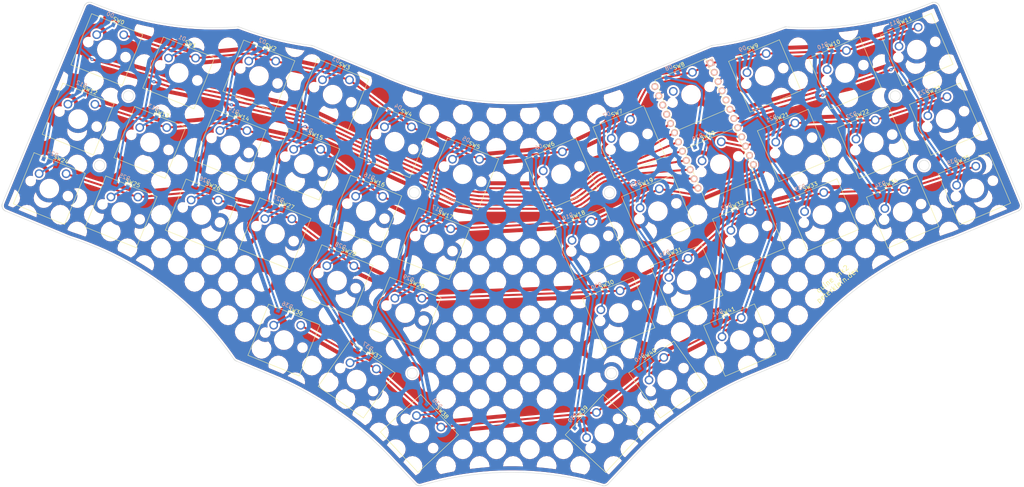
<source format=kicad_pcb>
(kicad_pcb (version 20210108) (generator pcbnew)
  (layers (0 "F.Cu" signal) (31 "B.Cu" signal) (34 "B.Paste" user) (35 "F.Paste" user) (36 "B.SilkS" user "B.Silkscreen") (37 "F.SilkS" user "F.Silkscreen") (38 "B.Mask" user) (39 "F.Mask" user) (44 "Edge.Cuts" user))
  (net 0 "")
  (net 1 "GND")
  (net 2 "io-0")
  (net 3 "io-1")
  (net 4 "io-2")
  (net 5 "io-3")
  (net 6 "io-4")
  (net 7 "io-5")
  (net 8 "io-6")
  (net 9 "io-7")
  (net 10 "io-8")
  (net 11 "io-9")
  (net 12 "io-10")
  (net 13 "io-11")
  (net 14 "io-12")
  (net 15 "io-13")
  (net 16 "io-14")
  (net 17 "io-15")
  (net 18 "io-16")
  (net 19 "io-17")
  (net 20 "switch-diode-0")
  (net 21 "switch-diode-1")
  (net 22 "switch-diode-2")
  (net 23 "switch-diode-3")
  (net 24 "switch-diode-4")
  (net 25 "switch-diode-5")
  (net 26 "switch-diode-6")
  (net 27 "switch-diode-7")
  (net 28 "switch-diode-8")
  (net 29 "switch-diode-9")
  (net 30 "switch-diode-10")
  (net 31 "switch-diode-11")
  (net 32 "switch-diode-12")
  (net 33 "switch-diode-13")
  (net 34 "switch-diode-14")
  (net 35 "switch-diode-15")
  (net 36 "switch-diode-16")
  (net 37 "switch-diode-17")
  (net 38 "switch-diode-18")
  (net 39 "switch-diode-19")
  (net 40 "switch-diode-20")
  (net 41 "switch-diode-21")
  (net 42 "switch-diode-22")
  (net 43 "switch-diode-23")
  (net 44 "switch-diode-24")
  (net 45 "switch-diode-25")
  (net 46 "switch-diode-26")
  (net 47 "switch-diode-27")
  (net 48 "switch-diode-28")
  (net 49 "switch-diode-29")
  (net 50 "switch-diode-30")
  (net 51 "switch-diode-31")
  (net 52 "switch-diode-32")
  (net 53 "switch-diode-33")
  (net 54 "switch-diode-34")
  (net 55 "switch-diode-35")
  (net 56 "switch-diode-36")
  (net 57 "switch-diode-37")
  (net 58 "switch-diode-38")
  (net 59 "switch-diode-39")
  (net 60 "switch-diode-40")
  (net 61 "switch-diode-41")
  (footprint "SW_Cherry_MX_1.00u_PCB" (layer "F.Cu") (at 115.377 51.34 -22)
    (fp_text reference "SW4")
    (fp_text value "SW_Cherry_MX_1.00u_PCB")
  )
  (footprint "SW_Cherry_MX_1.00u_PCB" (layer "F.Cu") (at 174.701 51.34 23)
    (fp_text reference "SW7")
    (fp_text value "SW_Cherry_MX_1.00u_PCB")
  )
  (footprint "SW_Cherry_MX_1.00u_PCB" (layer "F.Cu") (at 223.62 69.88 23)
    (fp_text reference "SW33")
    (fp_text value "SW_Cherry_MX_1.00u_PCB")
  )
  (footprint "SW_Cherry_MX_1.00u_PCB" (layer "F.Cu") (at 202.731 101.588 23)
    (fp_text reference "SW41")
    (fp_text value "SW_Cherry_MX_1.00u_PCB")
  )
  (footprint "SW_Cherry_MX_1.00u_PCB" (layer "F.Cu") (at 125.304 77.1543 -22)
    (fp_text reference "SW17")
    (fp_text value "SW_Cherry_MX_1.00u_PCB")
  )
  (footprint "SW_Cherry_MX_1.00u_PCB" (layer "F.Cu") (at 92.4011 57.0285 -22)
    (fp_text reference "SW15")
    (fp_text value "SW_Cherry_MX_1.00u_PCB")
  )
  (footprint "SW_Cherry_MX_1.00u_PCB" (layer "F.Cu") (at 209.039 34.6802 23)
    (fp_text reference "SW9")
    (fp_text value "SW_Cherry_MX_1.00u_PCB")
  )
  (footprint "SW_Cherry_MX_1.00u_PCB" (layer "F.Cu") (at 204.967 74.6284 23)
    (fp_text reference "SW32")
    (fp_text value "SW_Cherry_MX_1.00u_PCB")
  )
  (footprint "SW_Cherry_MX_1.00u_PCB" (layer "F.Cu") (at 99.6912 39.4286 -22)
    (fp_text reference "SW3")
    (fp_text value "SW_Cherry_MX_1.00u_PCB")
  )
  (footprint "SW_Cherry_MX_1.00u_PCB" (layer "F.Cu") (at 60.7396 33.906 -22)
    (fp_text reference "SW1")
    (fp_text value "SW_Cherry_MX_1.00u_PCB")
  )
  (footprint "SW_Cherry_MX_1.00u_PCB" (layer "F.Cu") (at 118.014 94.7542 -22)
    (fp_text reference "SW29")
    (fp_text value "SW_Cherry_MX_1.00u_PCB")
  )
  (footprint "SW_Cherry_MX_1.00u_PCB" (layer "F.Cu") (at 35.2753 45.6022 -22)
    (fp_text reference "SW12")
    (fp_text value "SW_Cherry_MX_1.00u_PCB")
  )
  (footprint "SW_Cherry_MX_1.00u_PCB" (layer "F.Cu") (at 100.797 86.5398 -22)
    (fp_text reference "SW28")
    (fp_text value "SW_Cherry_MX_1.00u_PCB")
  )
  (footprint "SW_Cherry_MX_1.00u_PCB" (layer "F.Cu") (at 66.4582 69.88 -22)
    (fp_text reference "SW26")
    (fp_text value "SW_Cherry_MX_1.00u_PCB")
  )
  (footprint "SW_Cherry_MX_1.00u_PCB" (layer "F.Cu") (at 27.9852 63.2021 -22)
    (fp_text reference "SW24")
    (fp_text value "SW_Cherry_MX_1.00u_PCB")
  )
  (footprint "SW_Cherry_MX_1.00u_PCB" (layer "F.Cu") (at 87.3466 101.588 -22)
    (fp_text reference "SW36")
    (fp_text value "SW_Cherry_MX_1.00u_PCB")
  )
  (footprint "SW_Cherry_MX_1.00u_PCB" (layer "F.Cu") (at 172.064 94.7542 23)
    (fp_text reference "SW30")
    (fp_text value "SW_Cherry_MX_1.00u_PCB")
  )
  (footprint "SW_Cherry_MX_1.00u_PCB" (layer "F.Cu") (at 132.594 59.5544 -22)
    (fp_text reference "SW5")
    (fp_text value "SW_Cherry_MX_1.00u_PCB")
  )
  (footprint "SW_Cherry_MX_1.00u_PCB" (layer "F.Cu") (at 190.387 39.4286 23)
    (fp_text reference "SW8")
    (fp_text value "SW_Cherry_MX_1.00u_PCB")
  )
  (footprint "SW_Cherry_MX_1.00u_PCB" (layer "F.Cu") (at 197.677 57.0285 23)
    (fp_text reference "SW20")
    (fp_text value "SW_Cherry_MX_1.00u_PCB")
  )
  (footprint "SW_Cherry_MX_1.00u_PCB" (layer "F.Cu") (at 216.33 52.2801 23)
    (fp_text reference "SW21")
    (fp_text value "SW_Cherry_MX_1.00u_PCB")
  )
  (footprint "SW_Cherry_MX_1.00u_PCB" (layer "F.Cu") (at 164.774 77.1543 23)
    (fp_text reference "SW18")
    (fp_text value "SW_Cherry_MX_1.00u_PCB")
  )
  (footprint "SW_Cherry_MX_1.00u_PCB" (layer "F.Cu") (at 243.919 69.1058 23)
    (fp_text reference "SW34")
    (fp_text value "SW_Cherry_MX_1.00u_PCB")
  )
  (footprint "SW_Cherry_MX_1.00u_PCB" (layer "F.Cu") (at 81.0385 34.6802 -22)
    (fp_text reference "SW2")
    (fp_text value "SW_Cherry_MX_1.00u_PCB")
  )
  (footprint "SW_Cherry_MX_1.00u_PCB" (layer "F.Cu") (at 184.328 111.598 35)
    (fp_text reference "SW40")
    (fp_text value "SW_Cherry_MX_1.00u_PCB")
  )
  (footprint "SW_Cherry_MX_1.00u_PCB" (layer "F.Cu") (at 85.1109 74.6284 -22)
    (fp_text reference "SW27")
    (fp_text value "SW_Cherry_MX_1.00u_PCB")
  )
  (footprint "SW_Cherry_MX_1.00u_PCB" (layer "F.Cu") (at 157.484 59.5544 23)
    (fp_text reference "SW6")
    (fp_text value "SW_Cherry_MX_1.00u_PCB")
  )
  (footprint "SW_Cherry_MX_1.00u_PCB" (layer "F.Cu") (at 42.5654 28.0023 -22)
    (fp_text reference "SW0")
    (fp_text value "SW_Cherry_MX_1.00u_PCB")
  )
  (footprint "SW_Cherry_MX_1.00u_PCB" (layer "F.Cu") (at 236.629 51.5059 23)
    (fp_text reference "SW22")
    (fp_text value "SW_Cherry_MX_1.00u_PCB")
  )
  (footprint "SW_Cherry_MX_1.00u_PCB" (layer "F.Cu") (at 189.281 86.5398 23)
    (fp_text reference "SW31")
    (fp_text value "SW_Cherry_MX_1.00u_PCB")
  )
  (footprint "SW_Cherry_MX_1.00u_PCB" (layer "F.Cu") (at 254.803 45.6022 23)
    (fp_text reference "SW23")
    (fp_text value "SW_Cherry_MX_1.00u_PCB")
  )
  (footprint "SW_Cherry_MX_1.00u_PCB" (layer "F.Cu") (at 247.513 28.0023 23)
    (fp_text reference "SW11")
    (fp_text value "SW_Cherry_MX_1.00u_PCB")
  )
  (footprint "SW_Cherry_MX_1.00u_PCB" (layer "F.Cu") (at 105.75 111.598 -35)
    (fp_text reference "SW37")
    (fp_text value "SW_Cherry_MX_1.00u_PCB")
  )
  (footprint "SW_Cherry_MX_1.00u_PCB" (layer "F.Cu") (at 121.65 125.237 -47)
    (fp_text reference "SW38")
    (fp_text value "SW_Cherry_MX_1.00u_PCB")
  )
  (footprint "SW_Cherry_MX_1.00u_PCB" (layer "F.Cu") (at 46.1593 69.1058 -22)
    (fp_text reference "SW25")
    (fp_text value "SW_Cherry_MX_1.00u_PCB")
  )
  (footprint "SW_Cherry_MX_1.00u_PCB" (layer "F.Cu") (at 262.093 63.2021 23)
    (fp_text reference "SW35")
    (fp_text value "SW_Cherry_MX_1.00u_PCB")
  )
  (footprint "SW_Cherry_MX_1.00u_PCB" (layer "F.Cu") (at 168.428 125.237 47)
    (fp_text reference "SW39")
    (fp_text value "SW_Cherry_MX_1.00u_PCB")
  )
  (footprint "SW_Cherry_MX_1.00u_PCB" (layer "F.Cu") (at 108.087 68.9399 -22)
    (fp_text reference "SW16")
    (fp_text value "SW_Cherry_MX_1.00u_PCB")
  )
  (footprint "SW_Cherry_MX_1.00u_PCB" (layer "F.Cu") (at 73.7483 52.2801 -22)
    (fp_text reference "SW14")
    (fp_text value "SW_Cherry_MX_1.00u_PCB")
  )
  (footprint "SW_Cherry_MX_1.00u_PCB" (layer "F.Cu") (at 181.991 68.9399 23)
    (fp_text reference "SW19")
    (fp_text value "SW_Cherry_MX_1.00u_PCB")
  )
  (footprint "SW_Cherry_MX_1.00u_PCB" (layer "F.Cu") (at 53.4494 51.5059 -22)
    (fp_text reference "SW13")
    (fp_text value "SW_Cherry_MX_1.00u_PCB")
  )
  (footprint "SW_Cherry_MX_1.00u_PCB" (layer "F.Cu") (at 229.338 33.906 23)
    (fp_text reference "SW10")
    (fp_text value "SW_Cherry_MX_1.00u_PCB")
  )
  (footprint "D_SOD-123" (layer "B.Cu") (at 172.064 94.7542 -157)
    (fp_text reference "D30")
    (fp_text value "D_SOD-123")
  )
  (footprint "D_SOD-123" (layer "B.Cu") (at 229.338 33.906 -157)
    (fp_text reference "D10")
    (fp_text value "D_SOD-123")
  )
  (footprint "ArduinoProMicro" (layer "B.Cu") (at 190.387 39.4286 -67)
    (fp_text reference "MCU0" hide)
    (fp_text value "ProMicro" hide)
  )
  (footprint "D_SOD-123" (layer "B.Cu") (at 87.3466 101.588 158)
    (fp_text reference "D36")
    (fp_text value "D_SOD-123")
  )
  (footprint "D_SOD-123" (layer "B.Cu") (at 85.1109 74.6284 158)
    (fp_text reference "D27")
    (fp_text value "D_SOD-123")
  )
  (footprint "D_SOD-123" (layer "B.Cu") (at 243.919 69.1058 -157)
    (fp_text reference "D34")
    (fp_text value "D_SOD-123")
  )
  (footprint "D_SOD-123" (layer "B.Cu") (at 189.281 86.5398 -157)
    (fp_text reference "D31")
    (fp_text value "D_SOD-123")
  )
  (footprint "D_SOD-123" (layer "B.Cu") (at 184.328 111.598 -145)
    (fp_text reference "D40")
    (fp_text value "D_SOD-123")
  )
  (footprint "D_SOD-123" (layer "B.Cu") (at 66.4582 69.88 158)
    (fp_text reference "D26")
    (fp_text value "D_SOD-123")
  )
  (footprint "D_SOD-123" (layer "B.Cu") (at 262.093 63.2021 -157)
    (fp_text reference "D35")
    (fp_text value "D_SOD-123")
  )
  (footprint "D_SOD-123" (layer "B.Cu") (at 115.377 51.34 158)
    (fp_text reference "D4")
    (fp_text value "D_SOD-123")
  )
  (footprint "D_SOD-123" (layer "B.Cu") (at 216.33 52.2801 -157)
    (fp_text reference "D21")
    (fp_text value "D_SOD-123")
  )
  (footprint "D_SOD-123" (layer "B.Cu") (at 118.014 94.7542 158)
    (fp_text reference "D29")
    (fp_text value "D_SOD-123")
  )
  (footprint "D_SOD-123" (layer "B.Cu") (at 236.629 51.5059 -157)
    (fp_text reference "D22")
    (fp_text value "D_SOD-123")
  )
  (footprint "D_SOD-123" (layer "B.Cu") (at 35.2753 45.6022 158)
    (fp_text reference "D12")
    (fp_text value "D_SOD-123")
  )
  (footprint "D_SOD-123" (layer "B.Cu") (at 174.701 51.34 -157)
    (fp_text reference "D7")
    (fp_text value "D_SOD-123")
  )
  (footprint "D_SOD-123" (layer "B.Cu") (at 202.731 101.588 -157)
    (fp_text reference "D41")
    (fp_text value "D_SOD-123")
  )
  (footprint "D_SOD-123" (layer "B.Cu") (at 60.7396 33.906 158)
    (fp_text reference "D1")
    (fp_text value "D_SOD-123")
  )
  (footprint "D_SOD-123" (layer "B.Cu") (at 223.62 69.88 -157)
    (fp_text reference "D33")
    (fp_text value "D_SOD-123")
  )
  (footprint "D_SOD-123" (layer "B.Cu") (at 247.513 28.0023 -157)
    (fp_text reference "D11")
    (fp_text value "D_SOD-123")
  )
  (footprint "D_SOD-123" (layer "B.Cu") (at 168.428 125.237 -133)
    (fp_text reference "D39")
    (fp_text value "D_SOD-123")
  )
  (footprint "D_SOD-123" (layer "B.Cu") (at 157.484 59.5544 -157)
    (fp_text reference "D6")
    (fp_text value "D_SOD-123")
  )
  (footprint "D_SOD-123" (layer "B.Cu") (at 204.967 74.6284 -157)
    (fp_text reference "D32")
    (fp_text value "D_SOD-123")
  )
  (footprint "D_SOD-123" (layer "B.Cu") (at 108.087 68.9399 158)
    (fp_text reference "D16")
    (fp_text value "D_SOD-123")
  )
  (footprint "D_SOD-123" (layer "B.Cu") (at 164.774 77.1543 -157)
    (fp_text reference "D18")
    (fp_text value "D_SOD-123")
  )
  (footprint "D_SOD-123" (layer "B.Cu") (at 53.4494 51.5059 158)
    (fp_text reference "D13")
    (fp_text value "D_SOD-123")
  )
  (footprint "D_SOD-123" (layer "B.Cu") (at 99.6912 39.4286 158)
    (fp_text reference "D3")
    (fp_text value "D_SOD-123")
  )
  (footprint "D_SOD-123" (layer "B.Cu") (at 190.387 39.4286 -157)
    (fp_text reference "D8")
    (fp_text value "D_SOD-123")
  )
  (footprint "D_SOD-123" (layer "B.Cu") (at 27.9852 63.2021 158)
    (fp_text reference "D24")
    (fp_text value "D_SOD-123")
  )
  (footprint "D_SOD-123" (layer "B.Cu") (at 73.7483 52.2801 158)
    (fp_text reference "D14")
    (fp_text value "D_SOD-123")
  )
  (footprint "D_SOD-123" (layer "B.Cu") (at 121.65 125.237 133)
    (fp_text reference "D38")
    (fp_text value "D_SOD-123")
  )
  (footprint "D_SOD-123" (layer "B.Cu") (at 181.991 68.9399 -157)
    (fp_text reference "D19")
    (fp_text value "D_SOD-123")
  )
  (footprint "D_SOD-123" (layer "B.Cu") (at 132.594 59.5544 158)
    (fp_text reference "D5")
    (fp_text value "D_SOD-123")
  )
  (footprint "D_SOD-123" (layer "B.Cu") (at 254.803 45.6022 -157)
    (fp_text reference "D23")
    (fp_text value "D_SOD-123")
  )
  (footprint "D_SOD-123" (layer "B.Cu") (at 197.677 57.0285 -157)
    (fp_text reference "D20")
    (fp_text value "D_SOD-123")
  )
  (footprint "D_SOD-123" (layer "B.Cu") (at 209.039 34.6802 -157)
    (fp_text reference "D9")
    (fp_text value "D_SOD-123")
  )
  (footprint "D_SOD-123" (layer "B.Cu") (at 105.75 111.598 145)
    (fp_text reference "D37")
    (fp_text value "D_SOD-123")
  )
  (footprint "D_SOD-123" (layer "B.Cu") (at 81.0385 34.6802 158)
    (fp_text reference "D2")
    (fp_text value "D_SOD-123")
  )
  (footprint "D_SOD-123" (layer "B.Cu") (at 125.304 77.1543 158)
    (fp_text reference "D17")
    (fp_text value "D_SOD-123")
  )
  (footprint "D_SOD-123" (layer "B.Cu") (at 46.1593 69.1058 158)
    (fp_text reference "D25")
    (fp_text value "D_SOD-123")
  )
  (footprint "D_SOD-123" (layer "B.Cu") (at 100.797 86.5398 158)
    (fp_text reference "D28")
    (fp_text value "D_SOD-123")
  )
  (footprint "D_SOD-123" (layer "B.Cu") (at 92.4011 57.0285 158)
    (fp_text reference "D15")
    (fp_text value "D_SOD-123")
  )
  (footprint "D_SOD-123" (layer "B.Cu") (at 42.5654 28.0023 158)
    (fp_text reference "D0")
    (fp_text value "D_SOD-123")
  )
  (gr_line (start 37.451153 16.213407) (end 37.48296 16.194869) (layer "Edge.Cuts") (width 0.1))
  (gr_line (start 251.527512 77.564657) (end 249.713527 78.316034) (layer "Edge.Cuts") (width 0.1))
  (gr_line (start 253.176906 16.792904) (end 253.193861 16.825583) (layer "Edge.Cuts") (width 0.1))
  (gr_line (start 168.592805 138.463711) (end 168.556342 138.468827) (layer "Edge.Cuts") (width 0.1))
  (gr_line (start 37.893656 16.036446) (end 37.929672 16.028822) (layer "Edge.Cuts") (width 0.1))
  (gr_line (start 214.259502 22.253593) (end 214.296292 22.249944) (layer "Edge.Cuts") (width 0.1))
  (gr_line (start 251.34869 16.087683) (end 251.383502 16.075707) (layer "Edge.Cuts") (width 0.1))
  (gr_line (start 214.71372 106.919644) (end 205.40613 110.774974) (layer "Edge.Cuts") (width 0.1))
  (gr_line (start 273.150358 68.913895) (end 257.398289 75.438616) (layer "Edge.Cuts") (width 0.1))
  (gr_line (start 214.113572 22.277214) (end 214.149825 22.269961) (layer "Edge.Cuts") (width 0.1))
  (gr_line (start 195.096813 27.155109) (end 195.371547 27.04524) (layer "Edge.Cuts") (width 0.1))
  (gr_line (start 121.411031 138.450802) (end 121.375043 138.443016) (layer "Edge.Cuts") (width 0.1))
  (gr_line (start 86.331498 25.473773) (end 88.247234 25.903966) (layer "Edge.Cuts") (width 0.1))
  (gr_line (start 273.899214 68.235171) (end 273.881463 68.267423) (layer "Edge.Cuts") (width 0.1))
  (gr_line (start 136.349812 135.538062) (end 134.429421 135.771395) (layer "Edge.Cuts") (width 0.1))
  (gr_line (start 16.177118 68.235171) (end 16.160163 68.202493) (layer "Edge.Cuts") (width 0.1))
  (gr_line (start 52.105253 20.416895) (end 53.97455 20.821934) (layer "Edge.Cuts") (width 0.1))
  (gr_line (start 45.686531 80.833969) (end 43.932736 79.951183) (layer "Edge.Cuts") (width 0.1))
  (gr_line (start 195.440557 27.019588) (end 195.475514 27.00804) (layer "Edge.Cuts") (width 0.1))
  (gr_line (start 144.070909 135.070713) (end 142.13696 135.117489) (layer "Edge.Cuts") (width 0.1))
  (gr_line (start 44.74083 18.353705) (end 46.562909 18.935393) (layer "Edge.Cuts") (width 0.1))
  (gr_line (start 273.184194 68.899391) (end 273.150358 68.913895) (layer "Edge.Cuts") (width 0.1))
  (gr_line (start 136.379676 40.875833) (end 138.346328 41.065402) (layer "Edge.Cuts") (width 0.1))
  (gr_line (start 274.074526 67.454475) (end 274.075881 67.491264) (layer "Edge.Cuts") (width 0.1))
  (gr_line (start 237.271404 20.573972) (end 239.233922 20.116599) (layer "Edge.Cuts") (width 0.1))
  (gr_line (start 274.074526 67.601678) (end 274.072268 67.638423) (layer "Edge.Cuts") (width 0.1))
  (gr_line (start 199.934426 26.281227) (end 201.875437 25.89414) (layer "Edge.Cuts") (width 0.1))
  (gr_line (start 231.244157 89.386148) (end 229.726395 90.631744) (layer "Edge.Cuts") (width 0.1))
  (gr_line (start 36.917177 16.760652) (end 36.935714 16.728845) (layer "Edge.Cuts") (width 0.1))
  (gr_line (start 231.32348 21.647636) (end 233.314927 21.339733) (layer "Edge.Cuts") (width 0.1))
  (gr_line (start 74.780974 106.52409) (end 74.755962 106.495947) (layer "Edge.Cuts") (width 0.1))
  (gr_line (start 273.758852 68.450924) (end 273.735848 68.479666) (layer "Edge.Cuts") (width 0.1))
  (gr_line (start 121.268376 138.414396) (end 121.233325 138.403121) (layer "Edge.Cuts") (width 0.1))
  (gr_line (start 251.418598 16.064589) (end 251.453955 16.054335) (layer "Edge.Cuts") (width 0.1))
  (gr_line (start 38.657734 16.064589) (end 38.69283 16.075707) (layer "Edge.Cuts") (width 0.1))
  (gr_line (start 214.077508 22.285358) (end 214.113572 22.277214) (layer "Edge.Cuts") (width 0.1))
  (gr_line (start 267.246057 50.739965) (end 273.962152 66.954051) (layer "Edge.Cuts") (width 0.1))
  (gr_line (start 252.965451 16.492661) (end 252.989838 16.52024) (layer "Edge.Cuts") (width 0.1))
  (gr_line (start 16.792904 68.850958) (end 16.760652 68.833207) (layer "Edge.Cuts") (width 0.1))
  (gr_line (start 242.658198 81.75953) (end 240.949832 82.727308) (layer "Edge.Cuts") (width 0.1))
  (gr_line (start 58.832175 89.386148) (end 57.284301 88.178176) (layer "Edge.Cuts") (width 0.1))
  (gr_line (start 273.947647 68.135938) (end 273.932316 68.169409) (layer "Edge.Cuts") (width 0.1))
  (gr_line (start 251.633929 16.016235) (end 251.670409 16.01128) (layer "Edge.Cuts") (width 0.1))
  (gr_line (start 71.080267 22.431792) (end 72.992312 22.382624) (layer "Edge.Cuts") (width 0.1))
  (gr_line (start 253.080402 16.636287) (end 253.101229 16.666644) (layer "Edge.Cuts") (width 0.1))
  (gr_line (start 38.76215 16.10051) (end 38.796333 16.11418) (layer "Edge.Cuts") (width 0.1))
  (gr_line (start 215.19148 22.288214) (end 215.242339 22.291949) (layer "Edge.Cuts") (width 0.1))
  (gr_line (start 69.167594 22.435236) (end 71.080267 22.431792) (layer "Edge.Cuts") (width 0.1))
  (gr_line (start 37.751785 16.075707) (end 37.78688 16.064589) (layer "Edge.Cuts") (width 0.1))
  (gr_line (start 273.636993 68.588736) (end 273.610643 68.614447) (layer "Edge.Cuts") (width 0.1))
  (gr_line (start 101.206614 120.02044) (end 99.478413 118.829007) (layer "Edge.Cuts") (width 0.1))
  (gr_line (start 173.280984 36.194567) (end 175.120778 35.474277) (layer "Edge.Cuts") (width 0.1))
  (gr_line (start 36.99593 16.636287) (end 37.017496 16.606451) (layer "Edge.Cuts") (width 0.1))
  (gr_line (start 16.577152 68.710596) (end 16.54841 68.687592) (layer "Edge.Cuts") (width 0.1))
  (gr_line (start 38.69283 16.075707) (end 38.727642 16.087683) (layer "Edge.Cuts") (width 0.1))
  (gr_line (start 120.871227 138.224386) (end 120.840959 138.20342) (layer "Edge.Cuts") (width 0.1))
  (gr_line (start 273.283428 68.850958) (end 273.250749 68.867913) (layer "Edge.Cuts") (width 0.1))
  (gr_line (start 178.601119 33.987726) (end 195.079763 27.162048) (layer "Edge.Cuts") (width 0.1))
  (gr_line (start 16.11418 66.954051) (end 22.830274 50.739965) (layer "Edge.Cuts") (width 0.1))
  (gr_line (start 274.076332 67.528076) (end 274.075881 67.564888) (layer "Edge.Cuts") (width 0.1))
  (gr_line (start 256.968363 75.610669) (end 256.934015 75.623918) (layer "Edge.Cuts") (width 0.1))
  (gr_line (start 251.561389 16.028822) (end 251.597582 16.022083) (layer "Edge.Cuts") (width 0.1))
  (gr_line (start 214.777733 106.892327) (end 214.730683 106.912495) (layer "Edge.Cuts") (width 0.1))
  (gr_line (start 226.784843 93.232779) (end 225.362825 94.586653) (layer "Edge.Cuts") (width 0.1))
  (gr_circle (center 249.35914 57.337175) (end 250.65914 57.337175) (layer "Edge.Cuts") (width 0.1) (fill none))
  (gr_line (start 203.6748 111.515995) (end 201.969303 112.29373) (layer "Edge.Cuts") (width 0.1))
  (gr_line (start 169.111342 138.282742) (end 169.079164 138.300641) (layer "Edge.Cuts") (width 0.1))
  (gr_line (start 128.57782 39.634064) (end 130.516187 40.016681) (layer "Edge.Cuts") (width 0.1))
  (gr_line (start 16.439339 68.588736) (end 16.413629 68.562387) (layer "Edge.Cuts") (width 0.1))
  (gr_line (start 38.002212 16.016235) (end 38.038691 16.01128) (layer "Edge.Cuts") (width 0.1))
  (gr_line (start 16.273622 68.391788) (end 16.252795 68.361432) (layer "Edge.Cuts") (width 0.1))
  (gr_line (start 121.51999 138.468827) (end 121.483527 138.463711) (layer "Edge.Cuts") (width 0.1))
  (gr_line (start 201.969303 112.29373) (end 200.282495 113.11121) (layer "Edge.Cuts") (width 0.1))
  (gr_line (start 214.730683 106.912495) (end 214.71372 106.919644) (layer "Edge.Cuts") (width 0.1))
  (gr_line (start 37.929672 16.028822) (end 37.965865 16.022083) (layer "Edge.Cuts") (width 0.1))
  (gr_line (start 252.717737 16.273622) (end 252.747574 16.295188) (layer "Edge.Cuts") (width 0.1))
  (gr_line (start 240.949832 82.727308) (end 239.26573 83.736719) (layer "Edge.Cuts") (width 0.1))
  (gr_line (start 168.372747 138.480917) (end 168.335928 138.480627) (layer "Edge.Cuts") (width 0.1))
  (gr_line (start 168.737075 138.43435) (end 168.701289 138.443016) (layer "Edge.Cuts") (width 0.1))
  (gr_line (start 215.071534 106.724915) (end 215.040854 106.746741) (layer "Edge.Cuts") (width 0.1))
  (gr_line (start 214.006039 22.304299) (end 214.041657 22.294388) (layer "Edge.Cuts") (width 0.1))
  (gr_line (start 214.81215 106.877059) (end 214.777733 106.892327) (layer "Edge.Cuts") (width 0.1))
  (gr_line (start 252.861363 16.388573) (end 252.888335 16.413629) (layer "Edge.Cuts") (width 0.1))
  (gr_line (start 169.378504 138.087805) (end 169.351031 138.11232) (layer "Edge.Cuts") (width 0.1))
  (gr_line (start 120.840959 138.20342) (end 120.811214 138.181716) (layer "Edge.Cuts") (width 0.1))
  (gr_line (start 94.996569 27.162048) (end 111.672439 34.06942) (layer "Edge.Cuts") (width 0.1))
  (gr_line (start 84.426897 24.996696) (end 86.331498 25.473773) (layer "Edge.Cuts") (width 0.1))
  (gr_line (start 74.916178 106.654917) (end 74.887841 106.630126) (layer "Edge.Cuts") (width 0.1))
  (gr_line (start 16.01128 67.711692) (end 16.007222 67.675102) (layer "Edge.Cuts") (width 0.1))
  (gr_line (start 94.600818 27.00804) (end 94.635774 27.019588) (layer "Edge.Cuts") (width 0.1))
  (gr_line (start 16.028822 67.235441) (end 16.036446 67.199424) (layer "Edge.Cuts") (width 0.1))
  (gr_line (start 168.409563 138.480304) (end 168.372747 138.480917) (layer "Edge.Cuts") (width 0.1))
  (gr_line (start 215.269648 106.551597) (end 215.243256 106.578449) (layer "Edge.Cuts") (width 0.1))
  (gr_line (start 37.328758 16.295188) (end 37.358595 16.273622) (layer "Edge.Cuts") (width 0.1))
  (gr_line (start 227.320482 22.112511) (end 229.324908 21.905283) (layer "Edge.Cuts") (width 0.1))
  (gr_line (start 225.311472 22.269187) (end 227.320482 22.112511) (layer "Edge.Cuts") (width 0.1))
  (gr_line (start 94.635774 27.019588) (end 94.670437 27.031991) (layer "Edge.Cuts") (width 0.1))
  (gr_line (start 169.143071 138.26406) (end 169.111342 138.282742) (layer "Edge.Cuts") (width 0.1))
  (gr_line (start 37.965865 16.022083) (end 38.002212 16.016235) (layer "Edge.Cuts") (width 0.1))
  (gr_line (start 75.066696 106.767789) (end 75.035478 106.746741) (layer "Edge.Cuts") (width 0.1))
  (gr_line (start 16.087683 67.022741) (end 16.10051 66.988234) (layer "Edge.Cuts") (width 0.1))
  (gr_line (start 115.355723 35.635417) (end 117.199374 36.345776) (layer "Edge.Cuts") (width 0.1))
  (gr_line (start 16.000451 67.564888) (end 16 67.528076) (layer "Edge.Cuts") (width 0.1))
  (gr_line (start 198.615303 113.967986) (end 196.968642 114.863588) (layer "Edge.Cuts") (width 0.1))
  (gr_line (start 252.56112 16.177118) (end 252.593372 16.194869) (layer "Edge.Cuts") (width 0.1))
  (gr_line (start 253.210009 16.858667) (end 253.225339 16.892138) (layer "Edge.Cuts") (width 0.1))
  (gr_line (start 274.031379 67.163606) (end 274.039886 67.199424) (layer "Edge.Cuts") (width 0.1))
  (gr_line (start 75.638346 22.244321) (end 75.67518 22.244314) (layer "Edge.Cuts") (width 0.1))
  (gr_line (start 252.00105 16.007222) (end 252.037641 16.01128) (layer "Edge.Cuts") (width 0.1))
  (gr_line (start 274.054249 67.784519) (end 274.04751 67.820712) (layer "Edge.Cuts") (width 0.1))
  (gr_line (start 16.666644 68.775281) (end 16.636287 68.754453) (layer "Edge.Cuts") (width 0.1))
  (gr_line (start 55.852997 21.182169) (end 57.739519 21.497392) (layer "Edge.Cuts") (width 0.1))
  (gr_line (start 166.999972 138.138417) (end 165.133496 137.629878) (layer "Edge.Cuts") (width 0.1))
  (gr_line (start 140.317063 41.206346) (end 142.290677 41.298579) (layer "Edge.Cuts") (width 0.1))
  (gr_line (start 214.222812 22.258147) (end 214.259502 22.253593) (layer "Edge.Cuts") (width 0.1))
  (gr_line (start 121.887279 138.470439) (end 121.850665 138.474337) (layer "Edge.Cuts") (width 0.1))
  (gr_line (start 195.653963 26.963341) (end 195.690236 26.957047) (layer "Edge.Cuts") (width 0.1))
  (gr_line (start 256.797509 75.671357) (end 256.780066 75.677238) (layer "Edge.Cuts") (width 0.1))
  (gr_line (start 215.142283 22.285514) (end 215.154455 22.285955) (layer "Edge.Cuts") (width 0.1))
  (gr_line (start 169.174331 138.244604) (end 169.143071 138.26406) (layer "Edge.Cuts") (width 0.1))
  (gr_line (start 16.036446 67.856728) (end 16.028822 67.820712) (layer "Edge.Cuts") (width 0.1))
  (gr_line (start 214.041657 22.294388) (end 214.077508 22.285358) (layer "Edge.Cuts") (width 0.1))
  (gr_line (start 219.269697 22.435077) (end 221.284802 22.430521) (layer "Edge.Cuts") (width 0.1))
  (gr_line (start 41.140988 17.060504) (end 42.933179 17.728622) (layer "Edge.Cuts") (width 0.1))
  (gr_line (start 159.98416 39.937228) (end 161.920435 39.544165) (layer "Edge.Cuts") (width 0.1))
  (gr_line (start 123.07636 138.138417) (end 122.13936 138.418218) (layer "Edge.Cuts") (width 0.1))
  (gr_line (start 76.003532 22.284773) (end 76.039262 22.293721) (layer "Edge.Cuts") (width 0.1))
  (gr_line (start 121.850665 138.474337) (end 121.813967 138.477336) (layer "Edge.Cuts") (width 0.1))
  (gr_line (start 213.900801 22.339254) (end 213.935589 22.326739) (layer "Edge.Cuts") (width 0.1))
  (gr_line (start 16.001806 67.601678) (end 16.000451 67.564888) (layer "Edge.Cuts") (width 0.1))
  (gr_line (start 16.636287 68.754453) (end 16.606451 68.732887) (layer "Edge.Cuts") (width 0.1))
  (gr_line (start 107.178634 124.564187) (end 105.727718 123.377412) (layer "Edge.Cuts") (width 0.1))
  (gr_line (start 74.911589 22.287314) (end 75.564735 22.247047) (layer "Edge.Cuts") (width 0.1))
  (gr_line (start 16.075707 67.057554) (end 16.087683 67.022741) (layer "Edge.Cuts") (width 0.1))
  (gr_line (start 102.744477 121.107451) (end 101.206614 120.02044) (layer "Edge.Cuts") (width 0.1))
  (gr_line (start 67.455745 97.397035) (end 66.101871 95.975017) (layer "Edge.Cuts") (width 0.1))
  (gr_line (start 75.130668 106.807503) (end 75.098433 106.788048) (layer "Edge.Cuts") (width 0.1))
  (gr_line (start 178.576942 33.99799) (end 178.601119 33.987726) (layer "Edge.Cuts") (width 0.1))
  (gr_line (start 195.690236 26.957047) (end 195.726652 26.951645) (layer "Edge.Cuts") (width 0.1))
  (gr_line (start 195.475514 27.00804) (end 195.510743 26.997353) (layer "Edge.Cuts") (width 0.1))
  (gr_line (start 64.713507 94.586653) (end 63.291489 93.232779) (layer "Edge.Cuts") (width 0.1))
  (gr_line (start 168.116168 138.459952) (end 168.079941 138.45337) (layer "Edge.Cuts") (width 0.1))
  (gr_line (start 274.054249 67.271633) (end 274.060097 67.30798) (layer "Edge.Cuts") (width 0.1))
  (gr_line (start 253.193861 16.825583) (end 253.210009 16.858667) (layer "Edge.Cuts") (width 0.1))
  (gr_line (start 76.656771 22.515542) (end 76.673986 22.522061) (layer "Edge.Cuts") (width 0.1))
  (gr_line (start 225.362825 94.586653) (end 223.97446 95.975017) (layer "Edge.Cuts") (width 0.1))
  (gr_line (start 215.344667 106.467185) (end 215.32037 106.495947) (layer "Edge.Cuts") (width 0.1))
  (gr_line (start 142.13696 135.117489) (end 140.204708 135.211013) (layer "Edge.Cuts") (width 0.1))
  (gr_line (start 234.369083 87.008554) (end 232.792031 88.178176) (layer "Edge.Cuts") (width 0.1))
  (gr_line (start 195.343417 115.797524) (end 193.740518 116.769281) (layer "Edge.Cuts") (width 0.1))
  (gr_line (start 176.950762 34.705183) (end 178.576942 33.99799) (layer "Edge.Cuts") (width 0.1))
  (gr_line (start 37.358595 16.273622) (end 37.388952 16.252795) (layer "Edge.Cuts") (width 0.1))
  (gr_line (start 168.701289 138.443016) (end 168.665301 138.450802) (layer "Edge.Cuts") (width 0.1))
  (gr_line (start 249.713527 78.316034) (end 247.918528 79.111702) (layer "Edge.Cuts") (width 0.1))
  (gr_line (start 66.101871 95.975017) (end 64.713507 94.586653) (layer "Edge.Cuts") (width 0.1))
  (gr_line (start 207.632728 24.446578) (end 209.525996 23.869608) (layer "Edge.Cuts") (width 0.1))
  (gr_line (start 121.062792 138.334041) (end 121.029775 138.317744) (layer "Edge.Cuts") (width 0.1))
  (gr_line (start 273.823537 68.361432) (end 273.80271 68.391788) (layer "Edge.Cuts") (width 0.1))
  (gr_line (start 42.933179 17.728622) (end 44.74083 18.353705) (layer "Edge.Cuts") (width 0.1))
  (gr_line (start 229.324908 21.905283) (end 231.32348 21.647636) (layer "Edge.Cuts") (width 0.1))
  (gr_line (start 215.368235 106.437822) (end 215.344667 106.467185) (layer "Edge.Cuts") (width 0.1))
  (gr_line (start 274.065052 67.711692) (end 274.060097 67.748172) (layer "Edge.Cuts") (width 0.1))
  (gr_line (start 121.4472 138.457701) (end 121.411031 138.450802) (layer "Edge.Cuts") (width 0.1))
  (gr_line (start 78.791334 23.287166) (end 80.655679 23.903063) (layer "Edge.Cuts") (width 0.1))
  (gr_circle (center 169.736849 64.232156) (end 171.036849 64.232156) (layer "Edge.Cuts") (width 0.1) (fill none))
  (gr_line (start 274.021997 67.928145) (end 274.011743 67.963503) (layer "Edge.Cuts") (width 0.1))
  (gr_line (start 214.87978 106.843957) (end 214.846173 106.860933) (layer "Edge.Cuts") (width 0.1))
  (gr_line (start 75.748792 22.247014) (end 75.785526 22.249718) (layer "Edge.Cuts") (width 0.1))
  (gr_line (start 273.916169 68.202493) (end 273.899214 68.235171) (layer "Edge.Cuts") (width 0.1))
  (gr_line (start 163.255269 137.166619) (end 161.36639 136.748911) (layer "Edge.Cuts") (width 0.1))
  (gr_line (start 37.419811 16.232719) (end 37.451153 16.213407) (layer "Edge.Cuts") (width 0.1))
  (gr_line (start 124.732384 38.725839) (end 126.649494 39.203696) (layer "Edge.Cuts") (width 0.1))
  (gr_line (start 252.359359 16.087683) (end 252.393867 16.10051) (layer "Edge.Cuts") (width 0.1))
  (gr_circle (center 40.717192 57.337175) (end 42.017192 57.337175) (layer "Edge.Cuts") (width 0.1) (fill none))
  (gr_line (start 253.036544 16.577152) (end 253.058836 16.606451) (layer "Edge.Cuts") (width 0.1))
  (gr_line (start 16.340484 68.479666) (end 16.31748 68.450924) (layer "Edge.Cuts") (width 0.1))
  (gr_line (start 32.678043 75.438616) (end 16.925974 68.913895) (layer "Edge.Cuts") (width 0.1))
  (gr_line (start 50.810602 83.736719) (end 49.1265 82.727308) (layer "Edge.Cuts") (width 0.1))
  (gr_line (start 253.140617 16.728845) (end 253.159155 16.760652) (layer "Edge.Cuts") (width 0.1))
  (gr_line (start 142.290677 41.298579) (end 144.265967 41.342046) (layer "Edge.Cuts") (width 0.1))
  (gr_line (start 38.796333 16.11418) (end 39.356958 16.346399) (layer "Edge.Cuts") (width 0.1))
  (gr_line (start 255.208059 76.196559) (end 253.359391 76.858023) (layer "Edge.Cuts") (width 0.1))
  (gr_line (start 274.039886 67.199424) (end 274.04751 67.235441) (layer "Edge.Cuts") (width 0.1))
  (gr_line (start 159.467963 136.376996) (end 157.561098 136.051094) (layer "Edge.Cuts") (width 0.1))
  (gr_line (start 235.974365 85.877987) (end 234.369083 87.008554) (layer "Edge.Cuts") (width 0.1))
  (gr_line (start 274.065052 67.34446) (end 274.06911 67.38105) (layer "Edge.Cuts") (width 0.1))
  (gr_line (start 94.670437 27.031991) (end 94.704785 27.04524) (layer "Edge.Cuts") (width 0.1))
  (gr_line (start 38.185496 16.000451) (end 38.222307 16) (layer "Edge.Cuts") (width 0.1))
  (gr_line (start 94.732915 115.797524) (end 93.10769 114.863588) (layer "Edge.Cuts") (width 0.1))
  (gr_line (start 16.128685 68.135938) (end 16.11418 68.102101) (layer "Edge.Cuts") (width 0.1))
  (gr_line (start 169.265118 138.181716) (end 169.235373 138.20342) (layer "Edge.Cuts") (width 0.1))
  (gr_line (start 169.29432 138.15929) (end 169.265118 138.181716) (layer "Edge.Cuts") (width 0.1))
  (gr_line (start 72.510349 103.404223) (end 71.302376 101.85635) (layer "Edge.Cuts") (width 0.1))
  (gr_line (start 161.36639 136.748911) (end 159.467963 136.376996) (layer "Edge.Cuts") (width 0.1))
  (gr_line (start 195.726652 26.951645) (end 196.017474 26.912147) (layer "Edge.Cuts") (width 0.1))
  (gr_line (start 165.760918 38.615216) (end 167.662784 38.079898) (layer "Edge.Cuts") (width 0.1))
  (gr_line (start 214.517906 22.247155) (end 215.142283 22.285514) (layer "Edge.Cuts") (width 0.1))
  (gr_line (start 76.942666 22.625702) (end 78.791334 23.287166) (layer "Edge.Cuts") (width 0.1))
  (gr_line (start 93.10769 114.863588) (end 91.461029 113.967986) (layer "Edge.Cuts") (width 0.1))
  (gr_line (start 259.955938 33.14006) (end 267.246057 50.739965) (layer "Edge.Cuts") (width 0.1))
  (gr_line (start 16.232719 68.330573) (end 16.213407 68.29923) (layer "Edge.Cuts") (width 0.1))
  (gr_line (start 16.925974 68.913895) (end 16.925974 68.913895) (layer "Edge.Cuts") (width 0.1))
  (gr_line (start 75.230159 106.860933) (end 75.196552 106.843957) (layer "Edge.Cuts") (width 0.1))
  (gr_line (start 150.189842 41.179727) (end 152.159788 41.028157) (layer "Edge.Cuts") (width 0.1))
  (gr_line (start 63.291489 93.232779) (end 61.836674 91.914211) (layer "Edge.Cuts") (width 0.1))
  (gr_line (start 274.075881 67.564888) (end 274.074526 67.601678) (layer "Edge.Cuts") (width 0.1))
  (gr_line (start 37.515212 16.177118) (end 37.54789 16.160163) (layer "Edge.Cuts") (width 0.1))
  (gr_line (start 75.931467 22.269522) (end 75.967593 22.276705) (layer "Edge.Cuts") (width 0.1))
  (gr_line (start 215.295358 106.52409) (end 215.269648 106.551597) (layer "Edge.Cuts") (width 0.1))
  (gr_line (start 84.670202 110.774974) (end 75.362612 106.919644) (layer "Edge.Cuts") (width 0.1))
  (gr_line (start 113.530177 34.879745) (end 115.355723 35.635417) (layer "Edge.Cuts") (width 0.1))
  (gr_line (start 75.601524 22.245232) (end 75.638346 22.244321) (layer "Edge.Cuts") (width 0.1))
  (gr_line (start 67.255385 22.392952) (end 69.167594 22.435236) (layer "Edge.Cuts") (width 0.1))
  (gr_line (start 43.932736 79.951183) (end 42.157804 79.111702) (layer "Edge.Cuts") (width 0.1))
  (gr_line (start 168.772638 138.424808) (end 168.737075 138.43435) (layer "Edge.Cuts") (width 0.1))
  (gr_circle (center 120.339483 64.232156) (end 121.639483 64.232156) (layer "Edge.Cuts") (width 0.1) (fill none))
  (gr_line (start 205.725766 24.976535) (end 207.632728 24.446578) (layer "Edge.Cuts") (width 0.1))
  (gr_line (start 75.004798 106.724915) (end 74.974675 106.702326) (layer "Edge.Cuts") (width 0.1))
  (gr_line (start 196.017474 26.912147) (end 197.984434 26.620177) (layer "Edge.Cuts") (width 0.1))
  (gr_line (start 38.295909 16.001806) (end 38.332654 16.004064) (layer "Edge.Cuts") (width 0.1))
  (gr_line (start 171.423964 36.869204) (end 173.280984 36.194567) (layer "Edge.Cuts") (width 0.1))
  (gr_line (start 75.345649 106.912495) (end 75.298599 106.892327) (layer "Edge.Cuts") (width 0.1))
  (gr_line (start 273.556092 68.663889) (end 273.527922 68.687592) (layer "Edge.Cuts") (width 0.1))
  (gr_line (start 169.4572 138.010321) (end 169.431605 138.03679) (layer "Edge.Cuts") (width 0.1))
  (gr_line (start 94.530108 26.987534) (end 94.565589 26.997353) (layer "Edge.Cuts") (width 0.1))
  (gr_line (start 48.398372 19.473355) (end 50.246172 19.967283) (layer "Edge.Cuts") (width 0.1))
  (gr_line (start 165.133496 137.629878) (end 163.255269 137.166619) (layer "Edge.Cuts") (width 0.1))
  (gr_line (start 214.186245 22.263604) (end 214.222812 22.258147) (layer "Edge.Cuts") (width 0.1))
  (gr_line (start 16.388573 68.535415) (end 16.364186 68.507835) (layer "Edge.Cuts") (width 0.1))
  (gr_line (start 33.17698 75.636321) (end 33.142317 75.623918) (layer "Edge.Cuts") (width 0.1))
  (gr_line (start 252.110467 16.022083) (end 252.14666 16.028822) (layer "Edge.Cuts") (width 0.1))
  (gr_line (start 37.388952 16.252795) (end 37.419811 16.232719) (layer "Edge.Cuts") (width 0.1))
  (gr_line (start 36.955027 16.697503) (end 36.975103 16.666644) (layer "Edge.Cuts") (width 0.1))
  (gr_line (start 168.519764 138.473047) (end 168.483093 138.476367) (layer "Edge.Cuts") (width 0.1))
  (gr_line (start 214.370088 22.245371) (end 214.407048 22.244451) (layer "Edge.Cuts") (width 0.1))
  (gr_line (start 37.682465 16.10051) (end 37.716973 16.087683) (layer "Edge.Cuts") (width 0.1))
  (gr_line (start 252.14666 16.028822) (end 252.182676 16.036446) (layer "Edge.Cuts") (width 0.1))
  (gr_line (start 126.821063 137.166619) (end 124.942836 137.629878) (layer "Edge.Cuts") (width 0.1))
  (gr_line (start 274.04751 67.820712) (end 274.039886 67.856728) (layer "Edge.Cuts") (width 0.1))
  (gr_line (start 16.144016 68.169409) (end 16.128685 68.135938) (layer "Edge.Cuts") (width 0.1))
  (gr_line (start 168.262365 138.477336) (end 168.225667 138.474337) (layer "Edge.Cuts") (width 0.1))
  (gr_line (start 76.110009 22.314234) (end 76.144984 22.325788) (layer "Edge.Cuts") (width 0.1))
  (gr_line (start 16.295188 68.421625) (end 16.273622 68.391788) (layer "Edge.Cuts") (width 0.1))
  (gr_line (start 75.967593 22.276705) (end 76.003532 22.284773) (layer "Edge.Cuts") (width 0.1))
  (gr_line (start 39.356958 16.346399) (end 41.140988 17.060504) (layer "Edge.Cuts") (width 0.1))
  (gr_line (start 40.362805 78.316034) (end 38.54882 77.564657) (layer "Edge.Cuts") (width 0.1))
  (gr_line (start 16.044953 67.892546) (end 16.036446 67.856728) (layer "Edge.Cuts") (width 0.1))
  (gr_line (start 274.011743 67.092649) (end 274.021997 67.128007) (layer "Edge.Cuts") (width 0.1))
  (gr_line (start 274.072268 67.417729) (end 274.074526 67.454475) (layer "Edge.Cuts") (width 0.1))
  (gr_line (start 138.275283 135.351232) (end 136.349812 135.538062) (layer "Edge.Cuts") (width 0.1))
  (gr_line (start 177.383799 129.64118) (end 176.075445 130.995737) (layer "Edge.Cuts") (width 0.1))
  (gr_line (start 16.31748 68.450924) (end 16.295188 68.421625) (layer "Edge.Cuts") (width 0.1))
  (gr_line (start 16.036446 67.199424) (end 16.044953 67.163606) (layer "Edge.Cuts") (width 0.1))
  (gr_line (start 16.160163 68.202493) (end 16.144016 68.169409) (layer "Edge.Cuts") (width 0.1))
  (gr_line (start 121.62998 138.478787) (end 121.593239 138.476367) (layer "Edge.Cuts") (width 0.1))
  (gr_line (start 16.697503 68.795357) (end 16.666644 68.775281) (layer "Edge.Cuts") (width 0.1))
  (gr_line (start 152.159788 41.028157) (end 154.125389 40.827986) (layer "Edge.Cuts") (width 0.1))
  (gr_line (start 75.163381 106.826144) (end 75.130668 106.807503) (layer "Edge.Cuts") (width 0.1))
  (gr_line (start 16.054335 67.928145) (end 16.044953 67.892546) (layer "Edge.Cuts") (width 0.1))
  (gr_line (start 168.807956 138.414396) (end 168.772638 138.424808) (layer "Edge.Cuts") (width 0.1))
  (gr_line (start 38.47875 16.022083) (end 38.514943 16.028822) (layer "Edge.Cuts") (width 0.1))
  (gr_line (start 16.054335 67.128007) (end 16.064589 67.092649) (layer "Edge.Cuts") (width 0.1))
  (gr_line (start 220.019551 100.338588) (end 218.773956 101.85635) (layer "Edge.Cuts") (width 0.1))
  (gr_line (start 178.717279 128.323825) (end 177.383799 129.64118) (layer "Edge.Cuts") (width 0.1))
  (gr_line (start 16.001806 67.454475) (end 16.004064 67.417729) (layer "Edge.Cuts") (width 0.1))
  (gr_line (start 273.662703 68.562387) (end 273.636993 68.588736) (layer "Edge.Cuts") (width 0.1))
  (gr_line (start 134.429421 135.771395) (end 132.515234 136.051094) (layer "Edge.Cuts") (width 0.1))
  (gr_line (start 217.565983 103.404223) (end 216.396361 104.981276) (layer "Edge.Cuts") (width 0.1))
  (gr_line (start 168.008025 138.437549) (end 167.972379 138.42832) (layer "Edge.Cuts") (width 0.1))
  (gr_line (start 37.161647 16.439339) (end 37.187997 16.413629) (layer "Edge.Cuts") (width 0.1))
  (gr_line (start 196.968642 114.863588) (end 195.343417 115.797524) (layer "Edge.Cuts") (width 0.1))
  (gr_line (start 37.822238 16.054335) (end 37.857837 16.044953) (layer "Edge.Cuts") (width 0.1))
  (gr_line (start 38.727642 16.087683) (end 38.76215 16.10051) (layer "Edge.Cuts") (width 0.1))
  (gr_line (start 16.825583 68.867913) (end 16.792904 68.850958) (layer "Edge.Cuts") (width 0.1))
  (gr_line (start 74.806684 106.551597) (end 74.780974 106.52409) (layer "Edge.Cuts") (width 0.1))
  (gr_line (start 252.495357 16.144016) (end 252.528442 16.160163) (layer "Edge.Cuts") (width 0.1))
  (gr_line (start 273.378829 68.795357) (end 273.347487 68.814669) (layer "Edge.Cuts") (width 0.1))
  (gr_line (start 253.239844 16.925974) (end 259.955938 33.14006) (layer "Edge.Cuts") (width 0.1))
  (gr_line (start 274.060097 67.748172) (end 274.054249 67.784519) (layer "Edge.Cuts") (width 0.1))
  (gr_line (start 121.0962 138.349524) (end 121.062792 138.334041) (layer "Edge.Cuts") (width 0.1))
  (gr_line (start 235.297988 20.981769) (end 237.271404 20.573972) (layer "Edge.Cuts") (width 0.1))
  (gr_line (start 215.154455 22.285955) (end 215.19148 22.288214) (layer "Edge.Cuts") (width 0.1))
  (gr_line (start 273.80271 68.391788) (end 273.781144 68.421625) (layer "Edge.Cuts") (width 0.1))
  (gr_line (start 168.843007 138.403121) (end 168.807956 138.414396) (layer "Edge.Cuts") (width 0.1))
  (gr_line (start 215.216198 106.604631) (end 215.188491 106.630126) (layer "Edge.Cuts") (width 0.1))
  (gr_line (start 252.42805 16.11418) (end 252.461887 16.128685) (layer "Edge.Cuts") (width 0.1))
  (gr_line (start 36.882471 16.825583) (end 36.899425 16.792904) (layer "Edge.Cuts") (width 0.1))
  (gr_line (start 185.826937 122.224955) (end 184.348614 123.377412) (layer "Edge.Cuts") (width 0.1))
  (gr_line (start 97.915504 117.778326) (end 96.335813 116.769281) (layer "Edge.Cuts") (width 0.1))
  (gr_line (start 91.461029 113.967986) (end 89.793837 113.11121) (layer "Edge.Cuts") (width 0.1))
  (gr_line (start 61.53247 21.992113) (end 63.436732 22.171328) (layer "Edge.Cuts") (width 0.1))
  (gr_line (start 203.806277 25.459154) (end 205.725766 24.976535) (layer "Edge.Cuts") (width 0.1))
  (gr_line (start 252.289452 16.064589) (end 252.324547 16.075707) (layer "Edge.Cuts") (width 0.1))
  (gr_line (start 167.972379 138.42832) (end 167.936972 138.418218) (layer "Edge.Cuts") (width 0.1))
  (gr_line (start 38.222307 16) (end 38.259119 16.000451) (layer "Edge.Cuts") (width 0.1))
  (gr_line (start 251.279999 16.11418) (end 251.314182 16.10051) (layer "Edge.Cuts") (width 0.1))
  (gr_line (start 38.148706 16.001806) (end 38.185496 16.000451) (layer "Edge.Cuts") (width 0.1))
  (gr_line (start 252.182676 16.036446) (end 252.218495 16.044953) (layer "Edge.Cuts") (width 0.1))
  (gr_line (start 54.101967 85.877987) (end 52.469424 84.787157) (layer "Edge.Cuts") (width 0.1))
  (gr_line (start 274.072268 67.638423) (end 274.06911 67.675102) (layer "Edge.Cuts") (width 0.1))
  (gr_line (start 167.936972 138.418218) (end 166.999972 138.138417) (layer "Edge.Cuts") (width 0.1))
  (gr_line (start 74.731665 106.467185) (end 74.708097 106.437822) (layer "Edge.Cuts") (width 0.1))
  (gr_line (start 16.10051 66.988234) (end 16.11418 66.954051) (layer "Edge.Cuts") (width 0.1))
  (gr_line (start 252.07412 16.016235) (end 252.110467 16.022083) (layer "Edge.Cuts") (width 0.1))
  (gr_line (start 223.299153 22.375213) (end 225.311472 22.269187) (layer "Edge.Cuts") (width 0.1))
  (gr_line (start 253.359391 76.858023) (end 251.527512 77.564657) (layer "Edge.Cuts") (width 0.1))
  (gr_line (start 252.218495 16.044953) (end 252.254094 16.054335) (layer "Edge.Cuts") (width 0.1))
  (gr_line (start 16.075707 67.998599) (end 16.064589 67.963503) (layer "Edge.Cuts") (width 0.1))
  (gr_line (start 163.846413 39.103405) (end 165.760918 38.615216) (layer "Edge.Cuts") (width 0.1))
  (gr_line (start 121.029775 138.317744) (end 120.997168 138.300641) (layer "Edge.Cuts") (width 0.1))
  (gr_line (start 273.932316 68.169409) (end 273.916169 68.202493) (layer "Edge.Cuts") (width 0.1))
  (gr_line (start 187.331855 121.107451) (end 185.826937 122.224955) (layer "Edge.Cuts") (width 0.1))
  (gr_line (start 252.393867 16.10051) (end 252.42805 16.11418) (layer "Edge.Cuts") (width 0.1))
  (gr_line (start 38.332654 16.004064) (end 38.369333 16.007222) (layer "Edge.Cuts") (width 0.1))
  (gr_line (start 122.103953 138.42832) (end 122.068307 138.437549) (layer "Edge.Cuts") (width 0.1))
  (gr_line (start 76.179664 22.338196) (end 76.656771 22.515542) (layer "Edge.Cuts") (width 0.1))
  (gr_line (start 251.314182 16.10051) (end 251.34869 16.087683) (layer "Edge.Cuts") (width 0.1))
  (gr_line (start 215.242339 22.291949) (end 217.255117 22.388876) (layer "Edge.Cuts") (width 0.1))
  (gr_line (start 215.391058 106.407877) (end 215.368235 106.437822) (layer "Edge.Cuts") (width 0.1))
  (gr_line (start 16.925974 68.913895) (end 16.892138 68.899391) (layer "Edge.Cuts") (width 0.1))
  (gr_line (start 273.735848 68.479666) (end 273.712146 68.507835) (layer "Edge.Cuts") (width 0.1))
  (gr_line (start 75.822182 22.253323) (end 75.858739 22.257828) (layer "Edge.Cuts") (width 0.1))
  (gr_line (start 126.649494 39.203696) (end 128.57782 39.634064) (layer "Edge.Cuts") (width 0.1))
  (gr_line (start 16.465689 68.614447) (end 16.439339 68.588736) (layer "Edge.Cuts") (width 0.1))
  (gr_line (start 215.32037 106.495947) (end 215.295358 106.52409) (layer "Edge.Cuts") (width 0.1))
  (gr_line (start 252.593372 16.194869) (end 252.625179 16.213407) (layer "Edge.Cuts") (width 0.1))
  (gr_line (start 153.72652 135.538062) (end 151.801049 135.351232) (layer "Edge.Cuts") (width 0.1))
  (gr_line (start 72.992312 22.382624) (end 74.911589 22.287314) (layer "Edge.Cuts") (width 0.1))
  (gr_line (start 251.964371 16.004064) (end 252.00105 16.007222) (layer "Edge.Cuts") (width 0.1))
  (gr_line (start 37.214969 16.388573) (end 37.242548 16.364186) (layer "Edge.Cuts") (width 0.1))
  (gr_line (start 112.56689 34.452839) (end 113.530177 34.879745) (layer "Edge.Cuts") (width 0.1))
  (gr_line (start 120.997168 138.300641) (end 120.96499 138.282742) (layer "Edge.Cuts") (width 0.1))
  (gr_line (start 215.160154 106.654917) (end 215.131203 106.678988) (layer "Edge.Cuts") (width 0.1))
  (gr_line (start 190.597919 118.829007) (end 188.869718 120.02044) (layer "Edge.Cuts") (width 0.1))
  (gr_line (start 68.774313 98.851851) (end 67.455745 97.397035) (layer "Edge.Cuts") (width 0.1))
  (gr_line (start 251.927626 16.001806) (end 251.964371 16.004064) (layer "Edge.Cuts") (width 0.1))
  (gr_line (start 16.858667 68.88406) (end 16.825583 68.867913) (layer "Edge.Cuts") (width 0.1))
  (gr_line (start 16.028822 67.820712) (end 16.022083 67.784519) (layer "Edge.Cuts") (width 0.1))
  (gr_line (start 59.633037 21.767425) (end 61.53247 21.992113) (layer "Edge.Cuts") (width 0.1))
  (gr_line (start 37.110881 16.492661) (end 37.135937 16.465689) (layer "Edge.Cuts") (width 0.1))
  (gr_line (start 75.895175 22.263229) (end 75.931467 22.269522) (layer "Edge.Cuts") (width 0.1))
  (gr_line (start 36.899425 16.792904) (end 36.917177 16.760652) (layer "Edge.Cuts") (width 0.1))
  (gr_line (start 74.860134 106.604631) (end 74.833076 106.578449) (layer "Edge.Cuts") (width 0.1))
  (gr_line (start 37.29946 16.31748) (end 37.328758 16.295188) (layer "Edge.Cuts") (width 0.1))
  (gr_line (start 75.712002 22.245212) (end 75.748792 22.247014) (layer "Edge.Cuts") (width 0.1))
  (gr_line (start 274.06911 67.38105) (end 274.072268 67.417729) (layer "Edge.Cuts") (width 0.1))
  (gr_line (start 122.032446 138.445901) (end 121.996391 138.45337) (layer "Edge.Cuts") (width 0.1))
  (gr_line (start 251.383502 16.075707) (end 251.418598 16.064589) (layer "Edge.Cuts") (width 0.1))
  (gr_line (start 37.716973 16.087683) (end 37.751785 16.075707) (layer "Edge.Cuts") (width 0.1))
  (gr_line (start 274.021997 67.128007) (end 274.031379 67.163606) (layer "Edge.Cuts") (width 0.1))
  (gr_line (start 122.068307 138.437549) (end 122.032446 138.445901) (layer "Edge.Cuts") (width 0.1))
  (gr_line (start 34.868273 76.196559) (end 33.296266 75.677238) (layer "Edge.Cuts") (width 0.1))
  (gr_line (start 274.06911 67.675102) (end 274.065052 67.711692) (layer "Edge.Cuts") (width 0.1))
  (gr_line (start 251.780423 16.001806) (end 251.817213 16.000451) (layer "Edge.Cuts") (width 0.1))
  (gr_line (start 37.270717 16.340484) (end 37.29946 16.31748) (layer "Edge.Cuts") (width 0.1))
  (gr_line (start 73.679971 104.981276) (end 72.510349 103.404223) (layer "Edge.Cuts") (width 0.1))
  (gr_line (start 75.098433 106.788048) (end 75.066696 106.767789) (layer "Edge.Cuts") (width 0.1))
  (gr_line (start 121.375043 138.443016) (end 121.339257 138.43435) (layer "Edge.Cuts") (width 0.1))
  (gr_line (start 16.004064 67.417729) (end 16.007222 67.38105) (layer "Edge.Cuts") (width 0.1))
  (gr_line (start 16.087683 68.033411) (end 16.075707 67.998599) (layer "Edge.Cuts") (width 0.1))
  (gr_line (start 214.480979 22.245342) (end 214.517906 22.247155) (layer "Edge.Cuts") (width 0.1))
  (gr_line (start 274.000625 67.057554) (end 274.011743 67.092649) (layer "Edge.Cuts") (width 0.1))
  (gr_line (start 112.692533 129.64118) (end 111.359053 128.323825) (layer "Edge.Cuts") (width 0.1))
  (gr_line (start 121.740404 138.480627) (end 121.703585 138.480917) (layer "Edge.Cuts") (width 0.1))
  (gr_line (start 117.199374 36.345776) (end 119.060005 37.010389) (layer "Edge.Cuts") (width 0.1))
  (gr_line (start 274.011743 67.963503) (end 274.000625 67.998599) (layer "Edge.Cuts") (width 0.1))
  (gr_line (start 200.282495 113.11121) (end 198.615303 113.967986) (layer "Edge.Cuts") (width 0.1))
  (gr_line (start 154.125389 40.827986) (end 156.085448 40.579335) (layer "Edge.Cuts") (width 0.1))
  (gr_line (start 120.697828 138.087805) (end 120.670964 138.062624) (layer "Edge.Cuts") (width 0.1))
  (gr_line (start 70.056781 100.338588) (end 68.774313 98.851851) (layer "Edge.Cuts") (width 0.1))
  (gr_line (start 132.463411 40.351312) (end 134.418304 40.637754) (layer "Edge.Cuts") (width 0.1))
  (gr_line (start 33.107969 75.610669) (end 32.695092 75.445556) (layer "Edge.Cuts") (width 0.1))
  (gr_line (start 214.296292 22.249944) (end 214.333162 22.247203) (layer "Edge.Cuts") (width 0.1))
  (gr_line (start 273.217665 68.88406) (end 273.184194 68.899391) (layer "Edge.Cuts") (width 0.1))
  (gr_line (start 252.833784 16.364186) (end 252.861363 16.388573) (layer "Edge.Cuts") (width 0.1))
  (gr_line (start 214.846173 106.860933) (end 214.81215 106.877059) (layer "Edge.Cuts") (width 0.1))
  (gr_line (start 42.157804 79.111702) (end 40.362805 78.316034) (layer "Edge.Cuts") (width 0.1))
  (gr_line (start 146.005423 135.070713) (end 144.070909 135.070713) (layer "Edge.Cuts") (width 0.1))
  (gr_line (start 252.461887 16.128685) (end 252.495357 16.144016) (layer "Edge.Cuts") (width 0.1))
  (gr_line (start 75.264182 106.877059) (end 75.230159 106.860933) (layer "Edge.Cuts") (width 0.1))
  (gr_line (start 75.67518 22.244314) (end 75.712002 22.245212) (layer "Edge.Cuts") (width 0.1))
  (gr_line (start 169.013539 138.334041) (end 168.980132 138.349524) (layer "Edge.Cuts") (width 0.1))
  (gr_line (start 80.655679 23.903063) (end 82.534577 24.47302) (layer "Edge.Cuts") (width 0.1))
  (gr_line (start 120.902001 138.244604) (end 120.871227 138.224386) (layer "Edge.Cuts") (width 0.1))
  (gr_line (start 121.593239 138.476367) (end 121.556568 138.473047) (layer "Edge.Cuts") (width 0.1))
  (gr_line (start 109.995075 127.038073) (end 108.601347 125.784631) (layer "Edge.Cuts") (width 0.1))
  (gr_line (start 168.556342 138.468827) (end 168.519764 138.473047) (layer "Edge.Cuts") (width 0.1))
  (gr_line (start 121.164104 138.378006) (end 121.129977 138.364181) (layer "Edge.Cuts") (width 0.1))
  (gr_line (start 38.369333 16.007222) (end 38.405923 16.01128) (layer "Edge.Cuts") (width 0.1))
  (gr_line (start 105.727718 123.377412) (end 104.249395 122.224955) (layer "Edge.Cuts") (width 0.1))
  (gr_line (start 229.726395 90.631744) (end 228.239658 91.914211) (layer "Edge.Cuts") (width 0.1))
  (gr_line (start 273.610643 68.614447) (end 273.583671 68.639503) (layer "Edge.Cuts") (width 0.1))
  (gr_line (start 214.912951 106.826144) (end 214.87978 106.843957) (layer "Edge.Cuts") (width 0.1))
  (gr_line (start 36.866323 16.858667) (end 36.882471 16.825583) (layer "Edge.Cuts") (width 0.1))
  (gr_line (start 211.404412 23.245978) (end 213.275555 22.572929) (layer "Edge.Cuts") (width 0.1))
  (gr_line (start 146.241727 41.336719) (end 148.216754 41.282601) (layer "Edge.Cuts") (width 0.1))
  (gr_line (start 132.515234 136.051094) (end 130.608369 136.376996) (layer "Edge.Cuts") (width 0.1))
  (gr_line (start 169.235373 138.20342) (end 169.205105 138.224386) (layer "Edge.Cuts") (width 0.1))
  (gr_line (start 218.773956 101.85635) (end 217.565983 103.404223) (layer "Edge.Cuts") (width 0.1))
  (gr_line (start 215.243256 106.578449) (end 215.216198 106.604631) (layer "Edge.Cuts") (width 0.1))
  (gr_line (start 253.101229 16.666644) (end 253.121305 16.697503) (layer "Edge.Cuts") (width 0.1))
  (gr_line (start 273.583671 68.639503) (end 273.556092 68.663889) (layer "Edge.Cuts") (width 0.1))
  (gr_line (start 252.989838 16.52024) (end 253.01354 16.54841) (layer "Edge.Cuts") (width 0.1))
  (gr_line (start 74.66321 106.377368) (end 73.679971 104.981276) (layer "Edge.Cuts") (width 0.1))
  (gr_line (start 158.038769 40.282355) (end 159.98416 39.937228) (layer "Edge.Cuts") (width 0.1))
  (gr_line (start 246.950241 17.797632) (end 248.839762 17.097361) (layer "Edge.Cuts") (width 0.1))
  (gr_circle (center 170.245264 109.980761) (end 171.545264 109.980761) (layer "Edge.Cuts") (width 0.1) (fill none))
  (gr_line (start 256.780066 75.677238) (end 255.208059 76.196559) (layer "Edge.Cuts") (width 0.1))
  (gr_line (start 32.695092 75.445556) (end 32.678043 75.438616) (layer "Edge.Cuts") (width 0.1))
  (gr_line (start 237.606908 84.787157) (end 235.974365 85.877987) (layer "Edge.Cuts") (width 0.1))
  (gr_line (start 94.34968 26.951645) (end 94.386096 26.957047) (layer "Edge.Cuts") (width 0.1))
  (gr_line (start 197.984434 26.620177) (end 199.934426 26.281227) (layer "Edge.Cuts") (width 0.1))
  (gr_line (start 120.782012 138.15929) (end 120.753368 138.136153) (layer "Edge.Cuts") (width 0.1))
  (gr_line (start 94.058784 26.912137) (end 94.34968 26.951645) (layer "Edge.Cuts") (width 0.1))
  (gr_line (start 61.836674 91.914211) (end 60.349937 90.631744) (layer "Edge.Cuts") (width 0.1))
  (gr_line (start 168.946355 138.364181) (end 168.912228 138.378006) (layer "Edge.Cuts") (width 0.1))
  (gr_line (start 36.850993 16.892138) (end 36.866323 16.858667) (layer "Edge.Cuts") (width 0.1))
  (gr_line (start 94.704785 27.04524) (end 94.979519 27.155109) (layer "Edge.Cuts") (width 0.1))
  (gr_line (start 130.608369 136.376996) (end 128.709942 136.748911) (layer "Edge.Cuts") (width 0.1))
  (gr_line (start 74.708097 106.437822) (end 74.685274 106.407877) (layer "Edge.Cuts") (width 0.1))
  (gr_line (start 252.914685 16.439339) (end 252.940395 16.465689) (layer "Edge.Cuts") (width 0.1))
  (gr_line (start 75.564735 22.247047) (end 75.601524 22.245232) (layer "Edge.Cuts") (width 0.1))
  (gr_line (start 180.081257 127.038073) (end 178.717279 128.323825) (layer "Edge.Cuts") (width 0.1))
  (gr_line (start 245.043682 18.450091) (end 246.950241 17.797632) (layer "Edge.Cuts") (width 0.1))
  (gr_line (start 37.614445 16.128685) (end 37.648282 16.11418) (layer "Edge.Cuts") (width 0.1))
  (gr_line (start 121.339257 138.43435) (end 121.303694 138.424808) (layer "Edge.Cuts") (width 0.1))
  (gr_line (start 37.086494 16.52024) (end 37.110881 16.492661) (layer "Edge.Cuts") (width 0.1))
  (gr_line (start 37.78688 16.064589) (end 37.822238 16.054335) (layer "Edge.Cuts") (width 0.1))
  (gr_line (start 37.135937 16.465689) (end 37.161647 16.439339) (layer "Edge.Cuts") (width 0.1))
  (gr_line (start 37.648282 16.11418) (end 37.682465 16.10051) (layer "Edge.Cuts") (width 0.1))
  (gr_line (start 215.101656 106.702326) (end 215.071534 106.724915) (layer "Edge.Cuts") (width 0.1))
  (gr_line (start 168.629132 138.457701) (end 168.592805 138.463711) (layer "Edge.Cuts") (width 0.1))
  (gr_line (start 60.349937 90.631744) (end 58.832175 89.386148) (layer "Edge.Cuts") (width 0.1))
  (gr_line (start 74.755962 106.495947) (end 74.731665 106.467185) (layer "Edge.Cuts") (width 0.1))
  (gr_line (start 16.364186 68.507835) (end 16.340484 68.479666) (layer "Edge.Cuts") (width 0.1))
  (gr_line (start 33.296266 75.677238) (end 33.278823 75.671357) (layer "Edge.Cuts") (width 0.1))
  (gr_line (start 253.225339 16.892138) (end 253.239844 16.925974) (layer "Edge.Cuts") (width 0.1))
  (gr_line (start 195.079763 27.162048) (end 195.096813 27.155109) (layer "Edge.Cuts") (width 0.1))
  (gr_line (start 273.975822 66.988234) (end 273.988649 67.022741) (layer "Edge.Cuts") (width 0.1))
  (gr_line (start 148.216754 41.282601) (end 150.189842 41.179727) (layer "Edge.Cuts") (width 0.1))
  (gr_line (start 215.413122 106.377368) (end 215.391058 106.407877) (layer "Edge.Cuts") (width 0.1))
  (gr_line (start 119.060005 37.010389) (end 120.936482 37.628851) (layer "Edge.Cuts") (width 0.1))
  (gr_line (start 274.000625 67.998599) (end 273.988649 68.033411) (layer "Edge.Cuts") (width 0.1))
  (gr_line (start 82.534577 24.47302) (end 84.426897 24.996696) (layer "Edge.Cuts") (width 0.1))
  (gr_line (start 121.666769 138.480304) (end 121.62998 138.478787) (layer "Edge.Cuts") (width 0.1))
  (gr_line (start 215.040854 106.746741) (end 215.009636 106.767789) (layer "Edge.Cuts") (width 0.1))
  (gr_line (start 55.707249 87.008554) (end 54.101967 85.877987) (layer "Edge.Cuts") (width 0.1))
  (gr_line (start 16.52024 68.663889) (end 16.492661 68.639503) (layer "Edge.Cuts") (width 0.1))
  (gr_line (start 75.196552 106.843957) (end 75.163381 106.826144) (layer "Edge.Cuts") (width 0.1))
  (gr_line (start 16.007222 67.38105) (end 16.01128 67.34446) (layer "Edge.Cuts") (width 0.1))
  (gr_line (start 120.670964 138.062624) (end 120.644727 138.03679) (layer "Edge.Cuts") (width 0.1))
  (gr_line (start 120.753368 138.136153) (end 120.725301 138.11232) (layer "Edge.Cuts") (width 0.1))
  (gr_line (start 215.188491 106.630126) (end 215.160154 106.654917) (layer "Edge.Cuts") (width 0.1))
  (gr_line (start 37.242548 16.364186) (end 37.270717 16.340484) (layer "Edge.Cuts") (width 0.1))
  (gr_line (start 195.581936 26.978589) (end 195.617856 26.970523) (layer "Edge.Cuts") (width 0.1))
  (gr_line (start 215.131203 106.678988) (end 215.101656 106.702326) (layer "Edge.Cuts") (width 0.1))
  (gr_line (start 16.11418 68.102101) (end 16.10051 68.067919) (layer "Edge.Cuts") (width 0.1))
  (gr_line (start 16.022083 67.784519) (end 16.016235 67.748172) (layer "Edge.Cuts") (width 0.1))
  (gr_line (start 76.039262 22.293721) (end 76.074762 22.303543) (layer "Edge.Cuts") (width 0.1))
  (gr_line (start 147.939371 135.117489) (end 146.005423 135.070713) (layer "Edge.Cuts") (width 0.1))
  (gr_line (start 214.977899 106.788048) (end 214.945664 106.807503) (layer "Edge.Cuts") (width 0.1))
  (gr_line (start 157.561098 136.051094) (end 155.646911 135.771395) (layer "Edge.Cuts") (width 0.1))
  (gr_line (start 273.962152 68.102101) (end 273.947647 68.135938) (layer "Edge.Cuts") (width 0.1))
  (gr_line (start 121.703585 138.480917) (end 121.666769 138.480304) (layer "Edge.Cuts") (width 0.1))
  (gr_line (start 124.942836 137.629878) (end 123.07636 138.138417) (layer "Edge.Cuts") (width 0.1))
  (gr_line (start 214.407048 22.244451) (end 214.444019 22.244441) (layer "Edge.Cuts") (width 0.1))
  (gr_line (start 88.107029 112.29373) (end 86.401532 111.515995) (layer "Edge.Cuts") (width 0.1))
  (gr_line (start 38.586778 16.044953) (end 38.622376 16.054335) (layer "Edge.Cuts") (width 0.1))
  (gr_line (start 273.347487 68.814669) (end 273.31568 68.833207) (layer "Edge.Cuts") (width 0.1))
  (gr_line (start 273.49918 68.710596) (end 273.469881 68.732887) (layer "Edge.Cuts") (width 0.1))
  (gr_line (start 274.031379 67.892546) (end 274.021997 67.928145) (layer "Edge.Cuts") (width 0.1))
  (gr_line (start 232.792031 88.178176) (end 231.244157 89.386148) (layer "Edge.Cuts") (width 0.1))
  (gr_line (start 273.781144 68.421625) (end 273.758852 68.450924) (layer "Edge.Cuts") (width 0.1))
  (gr_line (start 251.489554 16.044953) (end 251.525373 16.036446) (layer "Edge.Cuts") (width 0.1))
  (gr_line (start 94.565589 26.997353) (end 94.600818 27.00804) (layer "Edge.Cuts") (width 0.1))
  (gr_line (start 273.843613 68.330573) (end 273.823537 68.361432) (layer "Edge.Cuts") (width 0.1))
  (gr_line (start 151.801049 135.351232) (end 149.871624 135.211013) (layer "Edge.Cuts") (width 0.1))
  (gr_line (start 247.918528 79.111702) (end 246.143596 79.951183) (layer "Edge.Cuts") (width 0.1))
  (gr_line (start 273.440045 68.754453) (end 273.409688 68.775281) (layer "Edge.Cuts") (width 0.1))
  (gr_line (start 16.004064 67.638423) (end 16.001806 67.601678) (layer "Edge.Cuts") (width 0.1))
  (gr_line (start 201.875437 25.89414) (end 203.806277 25.459154) (layer "Edge.Cuts") (width 0.1))
  (gr_line (start 96.335813 116.769281) (end 94.732915 115.797524) (layer "Edge.Cuts") (width 0.1))
  (gr_line (start 104.249395 122.224955) (end 102.744477 121.107451) (layer "Edge.Cuts") (width 0.1))
  (gr_line (start 169.205105 138.224386) (end 169.174331 138.244604) (layer "Edge.Cuts") (width 0.1))
  (gr_line (start 57.284301 88.178176) (end 55.707249 87.008554) (layer "Edge.Cuts") (width 0.1))
  (gr_line (start 188.869718 120.02044) (end 187.331855 121.107451) (layer "Edge.Cuts") (width 0.1))
  (gr_line (start 252.254094 16.054335) (end 252.289452 16.064589) (layer "Edge.Cuts") (width 0.1))
  (gr_line (start 38.111961 16.004064) (end 38.148706 16.001806) (layer "Edge.Cuts") (width 0.1))
  (gr_line (start 114.000887 130.995737) (end 112.692533 129.64118) (layer "Edge.Cuts") (width 0.1))
  (gr_line (start 94.458476 26.970523) (end 94.494396 26.978589) (layer "Edge.Cuts") (width 0.1))
  (gr_line (start 182.897698 124.564187) (end 181.474985 125.784631) (layer "Edge.Cuts") (width 0.1))
  (gr_line (start 244.389801 80.833969) (end 242.658198 81.75953) (layer "Edge.Cuts") (width 0.1))
  (gr_circle (center 242.06902 39.73727) (end 243.36902 39.73727) (layer "Edge.Cuts") (width 0.1) (fill none))
  (gr_line (start 181.474985 125.784631) (end 180.081257 127.038073) (layer "Edge.Cuts") (width 0.1))
  (gr_line (start 75.035478 106.746741) (end 75.004798 106.724915) (layer "Edge.Cuts") (width 0.1))
  (gr_line (start 38.622376 16.054335) (end 38.657734 16.064589) (layer "Edge.Cuts") (width 0.1))
  (gr_line (start 252.805615 16.340484) (end 252.833784 16.364186) (layer "Edge.Cuts") (width 0.1))
  (gr_line (start 251.525373 16.036446) (end 251.561389 16.028822) (layer "Edge.Cuts") (width 0.1))
  (gr_line (start 16.252795 68.361432) (end 16.232719 68.330573) (layer "Edge.Cuts") (width 0.1))
  (gr_line (start 121.923786 138.465643) (end 121.887279 138.470439) (layer "Edge.Cuts") (width 0.1))
  (gr_line (start 16.064589 67.092649) (end 16.075707 67.057554) (layer "Edge.Cuts") (width 0.1))
  (gr_line (start 37.580975 16.144016) (end 37.614445 16.128685) (layer "Edge.Cuts") (width 0.1))
  (gr_line (start 253.159155 16.760652) (end 253.176906 16.792904) (layer "Edge.Cuts") (width 0.1))
  (gr_line (start 168.665301 138.450802) (end 168.629132 138.457701) (layer "Edge.Cuts") (width 0.1))
  (gr_line (start 37.039788 16.577152) (end 37.062792 16.54841) (layer "Edge.Cuts") (width 0.1))
  (gr_line (start 16.760652 68.833207) (end 16.728845 68.814669) (layer "Edge.Cuts") (width 0.1))
  (gr_line (start 36.975103 16.666644) (end 36.99593 16.636287) (layer "Edge.Cuts") (width 0.1))
  (gr_line (start 71.302376 101.85635) (end 70.056781 100.338588) (layer "Edge.Cuts") (width 0.1))
  (gr_line (start 274.075881 67.491264) (end 274.076332 67.528076) (layer "Edge.Cuts") (width 0.1))
  (gr_line (start 111.672439 34.06942) (end 111.689402 34.076569) (layer "Edge.Cuts") (width 0.1))
  (gr_line (start 65.344734 22.304966) (end 67.255385 22.392952) (layer "Edge.Cuts") (width 0.1))
  (gr_line (start 239.26573 83.736719) (end 237.606908 84.787157) (layer "Edge.Cuts") (width 0.1))
  (gr_line (start 74.974675 106.702326) (end 74.945129 106.678988) (layer "Edge.Cuts") (width 0.1))
  (gr_line (start 120.811214 138.181716) (end 120.782012 138.15929) (layer "Edge.Cuts") (width 0.1))
  (gr_line (start 239.233922 20.116599) (end 241.184299 19.609942) (layer "Edge.Cuts") (width 0.1))
  (gr_line (start 38.54882 77.564657) (end 36.716941 76.858023) (layer "Edge.Cuts") (width 0.1))
  (gr_line (start 120.619132 138.010321) (end 114.000887 130.995737) (layer "Edge.Cuts") (width 0.1))
  (gr_line (start 74.887841 106.630126) (end 74.860134 106.604631) (layer "Edge.Cuts") (width 0.1))
  (gr_line (start 273.31568 68.833207) (end 273.283428 68.850958) (layer "Edge.Cuts") (width 0.1))
  (gr_line (start 16.728845 68.814669) (end 16.697503 68.795357) (layer "Edge.Cuts") (width 0.1))
  (gr_line (start 228.239658 91.914211) (end 226.784843 93.232779) (layer "Edge.Cuts") (width 0.1))
  (gr_line (start 168.877772 138.390988) (end 168.843007 138.403121) (layer "Edge.Cuts") (width 0.1))
  (gr_line (start 38.038691 16.01128) (end 38.075282 16.007222) (layer "Edge.Cuts") (width 0.1))
  (gr_line (start 169.55085 37.497775) (end 171.423964 36.869204) (layer "Edge.Cuts") (width 0.1))
  (gr_line (start 134.418304 40.637754) (end 136.379676 40.875833) (layer "Edge.Cuts") (width 0.1))
  (gr_line (start 169.322964 138.136153) (end 169.29432 138.15929) (layer "Edge.Cuts") (width 0.1))
  (gr_line (start 121.777206 138.479433) (end 121.740404 138.480627) (layer "Edge.Cuts") (width 0.1))
  (gr_line (start 16.01128 67.34446) (end 16.016235 67.30798) (layer "Edge.Cuts") (width 0.1))
  (gr_line (start 76.673986 22.522061) (end 76.942666 22.625702) (layer "Edge.Cuts") (width 0.1))
  (gr_line (start 274.04751 67.235441) (end 274.054249 67.271633) (layer "Edge.Cuts") (width 0.1))
  (gr_line (start 99.478413 118.829007) (end 97.915504 117.778326) (layer "Edge.Cuts") (width 0.1))
  (gr_line (start 16.213407 68.29923) (end 16.194869 68.267423) (layer "Edge.Cuts") (width 0.1))
  (gr_line (start 214.149825 22.269961) (end 214.186245 22.263604) (layer "Edge.Cuts") (width 0.1))
  (gr_line (start 257.398289 75.438616) (end 257.38124 75.445556) (layer "Edge.Cuts") (width 0.1))
  (gr_line (start 121.996391 138.45337) (end 121.960164 138.459952) (layer "Edge.Cuts") (width 0.1))
  (gr_line (start 252.776872 16.31748) (end 252.805615 16.340484) (layer "Edge.Cuts") (width 0.1))
  (gr_line (start 251.743678 16.004064) (end 251.780423 16.001806) (layer "Edge.Cuts") (width 0.1))
  (gr_line (start 250.719818 16.346215) (end 251.279999 16.11418) (layer "Edge.Cuts") (width 0.1))
  (gr_line (start 94.494396 26.978589) (end 94.530108 26.987534) (layer "Edge.Cuts") (width 0.1))
  (gr_line (start 49.1265 82.727308) (end 47.418134 81.75953) (layer "Edge.Cuts") (width 0.1))
  (gr_line (start 37.857837 16.044953) (end 37.893656 16.036446) (layer "Edge.Cuts") (width 0.1))
  (gr_line (start 120.725301 138.11232) (end 120.697828 138.087805) (layer "Edge.Cuts") (width 0.1))
  (gr_line (start 168.483093 138.476367) (end 168.446352 138.478787) (layer "Edge.Cuts") (width 0.1))
  (gr_line (start 221.284802 22.430521) (end 223.299153 22.375213) (layer "Edge.Cuts") (width 0.1))
  (gr_line (start 121.303694 138.424808) (end 121.268376 138.414396) (layer "Edge.Cuts") (width 0.1))
  (gr_line (start 257.38124 75.445556) (end 256.968363 75.610669) (layer "Edge.Cuts") (width 0.1))
  (gr_line (start 252.625179 16.213407) (end 252.656521 16.232719) (layer "Edge.Cuts") (width 0.1))
  (gr_line (start 111.359053 128.323825) (end 109.995075 127.038073) (layer "Edge.Cuts") (width 0.1))
  (gr_line (start 36.935714 16.728845) (end 36.955027 16.697503) (layer "Edge.Cuts") (width 0.1))
  (gr_line (start 144.265967 41.342046) (end 146.241727 41.336719) (layer "Edge.Cuts") (width 0.1))
  (gr_line (start 223.97446 95.975017) (end 222.620587 97.397035) (layer "Edge.Cuts") (width 0.1))
  (gr_line (start 16.022083 67.271633) (end 16.028822 67.235441) (layer "Edge.Cuts") (width 0.1))
  (gr_line (start 92.107487 26.622689) (end 94.058784 26.912137) (layer "Edge.Cuts") (width 0.1))
  (gr_line (start 37.54789 16.160163) (end 37.580975 16.144016) (layer "Edge.Cuts") (width 0.1))
  (gr_line (start 120.936482 37.628851) (end 122.827659 38.200783) (layer "Edge.Cuts") (width 0.1))
  (gr_line (start 94.979519 27.155109) (end 94.996569 27.162048) (layer "Edge.Cuts") (width 0.1))
  (gr_line (start 253.01354 16.54841) (end 253.036544 16.577152) (layer "Edge.Cuts") (width 0.1))
  (gr_line (start 121.556568 138.473047) (end 121.51999 138.468827) (layer "Edge.Cuts") (width 0.1))
  (gr_line (start 37.187997 16.413629) (end 37.214969 16.388573) (layer "Edge.Cuts") (width 0.1))
  (gr_line (start 213.970676 22.315085) (end 214.006039 22.304299) (layer "Edge.Cuts") (width 0.1))
  (gr_line (start 74.945129 106.678988) (end 74.916178 106.654917) (layer "Edge.Cuts") (width 0.1))
  (gr_line (start 274.039886 67.856728) (end 274.031379 67.892546) (layer "Edge.Cuts") (width 0.1))
  (gr_line (start 38.442403 16.016235) (end 38.47875 16.022083) (layer "Edge.Cuts") (width 0.1))
  (gr_line (start 46.562909 18.935393) (end 48.398372 19.473355) (layer "Edge.Cuts") (width 0.1))
  (gr_line (start 214.333162 22.247203) (end 214.370088 22.245371) (layer "Edge.Cuts") (width 0.1))
  (gr_line (start 195.371547 27.04524) (end 195.405895 27.031991) (layer "Edge.Cuts") (width 0.1))
  (gr_line (start 273.962152 66.954051) (end 273.975822 66.988234) (layer "Edge.Cuts") (width 0.1))
  (gr_line (start 122.13936 138.418218) (end 122.103953 138.42832) (layer "Edge.Cuts") (width 0.1))
  (gr_line (start 168.446352 138.478787) (end 168.409563 138.480304) (layer "Edge.Cuts") (width 0.1))
  (gr_line (start 111.689402 34.076569) (end 112.550122 34.445529) (layer "Edge.Cuts") (width 0.1))
  (gr_line (start 74.833076 106.578449) (end 74.806684 106.551597) (layer "Edge.Cuts") (width 0.1))
  (gr_line (start 30.120394 33.14006) (end 36.836488 16.925974) (layer "Edge.Cuts") (width 0.1))
  (gr_line (start 169.351031 138.11232) (end 169.322964 138.136153) (layer "Edge.Cuts") (width 0.1))
  (gr_line (start 168.912228 138.378006) (end 168.877772 138.390988) (layer "Edge.Cuts") (width 0.1))
  (gr_line (start 88.247234 25.903966) (end 90.17295 26.287015) (layer "Edge.Cuts") (width 0.1))
  (gr_line (start 33.142317 75.623918) (end 33.107969 75.610669) (layer "Edge.Cuts") (width 0.1))
  (gr_line (start 274.060097 67.30798) (end 274.065052 67.34446) (layer "Edge.Cuts") (width 0.1))
  (gr_line (start 57.739519 21.497392) (end 59.633037 21.767425) (layer "Edge.Cuts") (width 0.1))
  (gr_line (start 76.144984 22.325788) (end 76.179664 22.338196) (layer "Edge.Cuts") (width 0.1))
  (gr_line (start 50.246172 19.967283) (end 52.105253 20.416895) (layer "Edge.Cuts") (width 0.1))
  (gr_line (start 128.709942 136.748911) (end 126.821063 137.166619) (layer "Edge.Cuts") (width 0.1))
  (gr_line (start 112.550122 34.445529) (end 112.56689 34.452839) (layer "Edge.Cuts") (width 0.1))
  (gr_line (start 193.740518 116.769281) (end 192.160828 117.778326) (layer "Edge.Cuts") (width 0.1))
  (gr_line (start 195.546224 26.987534) (end 195.581936 26.978589) (layer "Edge.Cuts") (width 0.1))
  (gr_line (start 273.527922 68.687592) (end 273.49918 68.710596) (layer "Edge.Cuts") (width 0.1))
  (gr_line (start 38.075282 16.007222) (end 38.111961 16.004064) (layer "Edge.Cuts") (width 0.1))
  (gr_line (start 75.298599 106.892327) (end 75.264182 106.877059) (layer "Edge.Cuts") (width 0.1))
  (gr_line (start 122.827659 38.200783) (end 124.732384 38.725839) (layer "Edge.Cuts") (width 0.1))
  (gr_line (start 149.871624 135.211013) (end 147.939371 135.117489) (layer "Edge.Cuts") (width 0.1))
  (gr_line (start 213.275555 22.572929) (end 213.900801 22.339254) (layer "Edge.Cuts") (width 0.1))
  (gr_line (start 168.189053 138.470439) (end 168.152546 138.465643) (layer "Edge.Cuts") (width 0.1))
  (gr_line (start 168.980132 138.349524) (end 168.946355 138.364181) (layer "Edge.Cuts") (width 0.1))
  (gr_line (start 53.97455 20.821934) (end 55.852997 21.182169) (layer "Edge.Cuts") (width 0.1))
  (gr_line (start 192.160828 117.778326) (end 190.597919 118.829007) (layer "Edge.Cuts") (width 0.1))
  (gr_line (start 121.960164 138.459952) (end 121.923786 138.465643) (layer "Edge.Cuts") (width 0.1))
  (gr_line (start 22.830274 50.739965) (end 30.120394 33.14006) (layer "Edge.Cuts") (width 0.1))
  (gr_line (start 38.550959 16.036446) (end 38.586778 16.044953) (layer "Edge.Cuts") (width 0.1))
  (gr_line (start 138.346328 41.065402) (end 140.317063 41.206346) (layer "Edge.Cuts") (width 0.1))
  (gr_line (start 169.046557 138.317744) (end 169.013539 138.334041) (layer "Edge.Cuts") (width 0.1))
  (gr_line (start 16.194869 68.267423) (end 16.177118 68.235171) (layer "Edge.Cuts") (width 0.1))
  (gr_line (start 89.793837 113.11121) (end 88.107029 112.29373) (layer "Edge.Cuts") (width 0.1))
  (gr_line (start 36.716941 76.858023) (end 34.868273 76.196559) (layer "Edge.Cuts") (width 0.1))
  (gr_line (start 74.685274 106.407877) (end 74.66321 106.377368) (layer "Edge.Cuts") (width 0.1))
  (gr_line (start 168.043885 138.445901) (end 168.008025 138.437549) (layer "Edge.Cuts") (width 0.1))
  (gr_line (start 16.606451 68.732887) (end 16.577152 68.710596) (layer "Edge.Cuts") (width 0.1))
  (gr_line (start 205.40613 110.774974) (end 203.6748 111.515995) (layer "Edge.Cuts") (width 0.1))
  (gr_line (start 16.492661 68.639503) (end 16.465689 68.614447) (layer "Edge.Cuts") (width 0.1))
  (gr_line (start 121.813967 138.477336) (end 121.777206 138.479433) (layer "Edge.Cuts") (width 0.1))
  (gr_line (start 214.444019 22.244441) (end 214.480979 22.245342) (layer "Edge.Cuts") (width 0.1))
  (gr_line (start 47.418134 81.75953) (end 45.686531 80.833969) (layer "Edge.Cuts") (width 0.1))
  (gr_circle (center 48.007311 39.73727) (end 49.307311 39.73727) (layer "Edge.Cuts") (width 0.1) (fill none))
  (gr_line (start 168.225667 138.474337) (end 168.189053 138.470439) (layer "Edge.Cuts") (width 0.1))
  (gr_line (start 169.079164 138.300641) (end 169.046557 138.317744) (layer "Edge.Cuts") (width 0.1))
  (gr_line (start 52.469424 84.787157) (end 50.810602 83.736719) (layer "Edge.Cuts") (width 0.1))
  (gr_line (start 251.453955 16.054335) (end 251.489554 16.044953) (layer "Edge.Cuts") (width 0.1))
  (gr_line (start 155.646911 135.771395) (end 153.72652 135.538062) (layer "Edge.Cuts") (width 0.1))
  (gr_line (start 273.687759 68.535415) (end 273.662703 68.562387) (layer "Edge.Cuts") (width 0.1))
  (gr_line (start 121.233325 138.403121) (end 121.19856 138.390988) (layer "Edge.Cuts") (width 0.1))
  (gr_line (start 217.255117 22.388876) (end 219.269697 22.435077) (layer "Edge.Cuts") (width 0.1))
  (gr_line (start 215.009636 106.767789) (end 214.977899 106.788048) (layer "Edge.Cuts") (width 0.1))
  (gr_line (start 251.890836 16.000451) (end 251.927626 16.001806) (layer "Edge.Cuts") (width 0.1))
  (gr_line (start 16.016235 67.748172) (end 16.01128 67.711692) (layer "Edge.Cuts") (width 0.1))
  (gr_line (start 16.10051 68.067919) (end 16.087683 68.033411) (layer "Edge.Cuts") (width 0.1))
  (gr_line (start 273.409688 68.775281) (end 273.378829 68.795357) (layer "Edge.Cuts") (width 0.1))
  (gr_line (start 169.405368 138.062624) (end 169.378504 138.087805) (layer "Edge.Cuts") (width 0.1))
  (gr_line (start 241.184299 19.609942) (end 243.121295 19.054322) (layer "Edge.Cuts") (width 0.1))
  (gr_line (start 252.888335 16.413629) (end 252.914685 16.439339) (layer "Edge.Cuts") (width 0.1))
  (gr_line (start 94.422369 26.963341) (end 94.458476 26.970523) (layer "Edge.Cuts") (width 0.1))
  (gr_line (start 75.362612 106.919644) (end 75.345649 106.912495) (layer "Edge.Cuts") (width 0.1))
  (gr_line (start 38.514943 16.028822) (end 38.550959 16.036446) (layer "Edge.Cuts") (width 0.1))
  (gr_line (start 252.528442 16.160163) (end 252.56112 16.177118) (layer "Edge.Cuts") (width 0.1))
  (gr_line (start 222.620587 97.397035) (end 221.302019 98.851851) (layer "Edge.Cuts") (width 0.1))
  (gr_line (start 253.058836 16.606451) (end 253.080402 16.636287) (layer "Edge.Cuts") (width 0.1))
  (gr_line (start 16.413629 68.562387) (end 16.388573 68.535415) (layer "Edge.Cuts") (width 0.1))
  (gr_line (start 86.401532 111.515995) (end 84.670202 110.774974) (layer "Edge.Cuts") (width 0.1))
  (gr_line (start 251.706999 16.007222) (end 251.743678 16.004064) (layer "Edge.Cuts") (width 0.1))
  (gr_line (start 168.299126 138.479433) (end 168.262365 138.477336) (layer "Edge.Cuts") (width 0.1))
  (gr_line (start 214.945664 106.807503) (end 214.912951 106.826144) (layer "Edge.Cuts") (width 0.1))
  (gr_line (start 94.386096 26.957047) (end 94.422369 26.963341) (layer "Edge.Cuts") (width 0.1))
  (gr_line (start 248.839762 17.097361) (end 250.719818 16.346215) (layer "Edge.Cuts") (width 0.1))
  (gr_line (start 168.079941 138.45337) (end 168.043885 138.445901) (layer "Edge.Cuts") (width 0.1))
  (gr_line (start 75.785526 22.249718) (end 75.822182 22.253323) (layer "Edge.Cuts") (width 0.1))
  (gr_line (start 253.121305 16.697503) (end 253.140617 16.728845) (layer "Edge.Cuts") (width 0.1))
  (gr_line (start 121.19856 138.390988) (end 121.164104 138.378006) (layer "Edge.Cuts") (width 0.1))
  (gr_line (start 175.120778 35.474277) (end 176.950762 34.705183) (layer "Edge.Cuts") (width 0.1))
  (gr_line (start 216.396361 104.981276) (end 215.413122 106.377368) (layer "Edge.Cuts") (width 0.1))
  (gr_line (start 75.858739 22.257828) (end 75.895175 22.263229) (layer "Edge.Cuts") (width 0.1))
  (gr_line (start 251.817213 16.000451) (end 251.854025 16) (layer "Edge.Cuts") (width 0.1))
  (gr_line (start 273.862925 68.29923) (end 273.843613 68.330573) (layer "Edge.Cuts") (width 0.1))
  (gr_line (start 251.854025 16) (end 251.890836 16.000451) (layer "Edge.Cuts") (width 0.1))
  (gr_line (start 37.017496 16.606451) (end 37.039788 16.577152) (layer "Edge.Cuts") (width 0.1))
  (gr_line (start 168.335928 138.480627) (end 168.299126 138.479433) (layer "Edge.Cuts") (width 0.1))
  (gr_line (start 161.920435 39.544165) (end 163.846413 39.103405) (layer "Edge.Cuts") (width 0.1))
  (gr_line (start 209.525996 23.869608) (end 211.404412 23.245978) (layer "Edge.Cuts") (width 0.1))
  (gr_line (start 16.007222 67.675102) (end 16.004064 67.638423) (layer "Edge.Cuts") (width 0.1))
  (gr_line (start 108.601347 125.784631) (end 107.178634 124.564187) (layer "Edge.Cuts") (width 0.1))
  (gr_line (start 16 67.528076) (end 16.000451 67.491264) (layer "Edge.Cuts") (width 0.1))
  (gr_line (start 140.204708 135.211013) (end 138.275283 135.351232) (layer "Edge.Cuts") (width 0.1))
  (gr_line (start 256.934015 75.623918) (end 256.899352 75.636321) (layer "Edge.Cuts") (width 0.1))
  (gr_line (start 256.899352 75.636321) (end 256.797509 75.671357) (layer "Edge.Cuts") (width 0.1))
  (gr_line (start 176.075445 130.995737) (end 169.4572 138.010321) (layer "Edge.Cuts") (width 0.1))
  (gr_line (start 273.988649 67.022741) (end 274.000625 67.057554) (layer "Edge.Cuts") (width 0.1))
  (gr_line (start 252.940395 16.465689) (end 252.965451 16.492661) (layer "Edge.Cuts") (width 0.1))
  (gr_line (start 33.278823 75.671357) (end 33.17698 75.636321) (layer "Edge.Cuts") (width 0.1))
  (gr_line (start 156.085448 40.579335) (end 158.038769 40.282355) (layer "Edge.Cuts") (width 0.1))
  (gr_circle (center 119.831068 109.980761) (end 121.131068 109.980761) (layer "Edge.Cuts") (width 0.1) (fill none))
  (gr_line (start 233.314927 21.339733) (end 235.297988 20.981769) (layer "Edge.Cuts") (width 0.1))
  (gr_line (start 273.975822 68.067919) (end 273.962152 68.102101) (layer "Edge.Cuts") (width 0.1))
  (gr_line (start 120.933261 138.26406) (end 120.902001 138.244604) (layer "Edge.Cuts") (width 0.1))
  (gr_line (start 273.250749 68.867913) (end 273.217665 68.88406) (layer "Edge.Cuts") (width 0.1))
  (gr_line (start 252.656521 16.232719) (end 252.68738 16.252795) (layer "Edge.Cuts") (width 0.1))
  (gr_line (start 37.48296 16.194869) (end 37.515212 16.177118) (layer "Edge.Cuts") (width 0.1))
  (gr_line (start 76.074762 22.303543) (end 76.110009 22.314234) (layer "Edge.Cuts") (width 0.1))
  (gr_line (start 252.747574 16.295188) (end 252.776872 16.31748) (layer "Edge.Cuts") (width 0.1))
  (gr_line (start 273.881463 68.267423) (end 273.862925 68.29923) (layer "Edge.Cuts") (width 0.1))
  (gr_line (start 36.836488 16.925974) (end 36.850993 16.892138) (layer "Edge.Cuts") (width 0.1))
  (gr_line (start 16.016235 67.30798) (end 16.022083 67.271633) (layer "Edge.Cuts") (width 0.1))
  (gr_line (start 213.935589 22.326739) (end 213.970676 22.315085) (layer "Edge.Cuts") (width 0.1))
  (gr_line (start 251.597582 16.022083) (end 251.633929 16.016235) (layer "Edge.Cuts") (width 0.1))
  (gr_line (start 38.259119 16.000451) (end 38.295909 16.001806) (layer "Edge.Cuts") (width 0.1))
  (gr_line (start 252.037641 16.01128) (end 252.07412 16.016235) (layer "Edge.Cuts") (width 0.1))
  (gr_line (start 252.324547 16.075707) (end 252.359359 16.087683) (layer "Edge.Cuts") (width 0.1))
  (gr_line (start 195.405895 27.031991) (end 195.440557 27.019588) (layer "Edge.Cuts") (width 0.1))
  (gr_line (start 90.17295 26.287015) (end 92.107487 26.622689) (layer "Edge.Cuts") (width 0.1))
  (gr_line (start 251.670409 16.01128) (end 251.706999 16.007222) (layer "Edge.Cuts") (width 0.1))
  (gr_line (start 38.405923 16.01128) (end 38.442403 16.016235) (layer "Edge.Cuts") (width 0.1))
  (gr_line (start 130.516187 40.016681) (end 132.463411 40.351312) (layer "Edge.Cuts") (width 0.1))
  (gr_line (start 120.96499 138.282742) (end 120.933261 138.26406) (layer "Edge.Cuts") (width 0.1))
  (gr_line (start 195.617856 26.970523) (end 195.653963 26.963341) (layer "Edge.Cuts") (width 0.1))
  (gr_line (start 16.892138 68.899391) (end 16.858667 68.88406) (layer "Edge.Cuts") (width 0.1))
  (gr_line (start 243.121295 19.054322) (end 245.043682 18.450091) (layer "Edge.Cuts") (width 0.1))
  (gr_line (start 221.302019 98.851851) (end 220.019551 100.338588) (layer "Edge.Cuts") (width 0.1))
  (gr_line (start 63.436732 22.171328) (end 65.344734 22.304966) (layer "Edge.Cuts") (width 0.1))
  (gr_line (start 167.662784 38.079898) (end 169.55085 37.497775) (layer "Edge.Cuts") (width 0.1))
  (gr_line (start 246.143596 79.951183) (end 244.389801 80.833969) (layer "Edge.Cuts") (width 0.1))
  (gr_line (start 169.431605 138.03679) (end 169.405368 138.062624) (layer "Edge.Cuts") (width 0.1))
  (gr_line (start 273.469881 68.732887) (end 273.440045 68.754453) (layer "Edge.Cuts") (width 0.1))
  (gr_line (start 195.510743 26.997353) (end 195.546224 26.987534) (layer "Edge.Cuts") (width 0.1))
  (gr_line (start 121.483527 138.463711) (end 121.4472 138.457701) (layer "Edge.Cuts") (width 0.1))
  (gr_line (start 16.54841 68.687592) (end 16.52024 68.663889) (layer "Edge.Cuts") (width 0.1))
  (gr_line (start 273.712146 68.507835) (end 273.687759 68.535415) (layer "Edge.Cuts") (width 0.1))
  (gr_line (start 168.152546 138.465643) (end 168.116168 138.459952) (layer "Edge.Cuts") (width 0.1))
  (gr_line (start 16.000451 67.491264) (end 16.001806 67.454475) (layer "Edge.Cuts") (width 0.1))
  (gr_line (start 37.062792 16.54841) (end 37.086494 16.52024) (layer "Edge.Cuts") (width 0.1))
  (gr_line (start 252.68738 16.252795) (end 252.717737 16.273622) (layer "Edge.Cuts") (width 0.1))
  (gr_line (start 120.644727 138.03679) (end 120.619132 138.010321) (layer "Edge.Cuts") (width 0.1))
  (gr_line (start 184.348614 123.377412) (end 182.897698 124.564187) (layer "Edge.Cuts") (width 0.1))
  (gr_line (start 16.064589 67.963503) (end 16.054335 67.928145) (layer "Edge.Cuts") (width 0.1))
  (gr_line (start 16.044953 67.163606) (end 16.054335 67.128007) (layer "Edge.Cuts") (width 0.1))
  (gr_line (start 121.129977 138.364181) (end 121.0962 138.349524) (layer "Edge.Cuts") (width 0.1))
  (gr_line (start 273.988649 68.033411) (end 273.975822 68.067919) (layer "Edge.Cuts") (width 0.1))
  (gr_text "quine mk2\npeterklein.dev" (at 226.809903 86.895798 39) (layer "F.SilkS") (effects (font (size 1.27 1.27))))
  (segment (start 190.7896 33.7633) (end 180.6053 35.6598) (width 0.5) (layer "F.Cu") (net 2))
  (segment (start 177.8062 40.1012) (end 175.1036 45.6747) (width 0.5) (layer "F.Cu") (net 2))
  (segment (start 65.0303 30.1847) (end 77.6057 29.0333) (width 0.5) (layer "F.Cu") (net 2))
  (segment (start 85.3292 30.9589) (end 96.9621 33.5171) (width 0.5) (layer "F.Cu") (net 2))
  (segment (start 247.9156 22.337) (end 229.7406 28.2407) (width 0.5) (layer "F.Cu") (net 2))
  (segment (start 103.9819 35.7073) (end 119.6677 47.6187) (width 0.5) (layer "F.Cu") (net 2))
  (segment (start 79.1497 28.9823) (end 85.3292 30.9589) (width 0.5) (layer "F.Cu") (net 2))
  (segment (start 96.9621 33.5171) (end 103.9819 35.7073) (width 0.5) (layer "F.Cu") (net 2))
  (segment (start 190.7896 33.7633) (end 195.3337 31.4589) (width 0.5) (layer "F.Cu") (net 2))
  (segment (start 179.7079 36.5479) (end 177.8062 40.1012) (width 0.5) (layer "F.Cu") (net 2))
  (segment (start 229.7406 28.2407) (end 209.4416 29.0149) (width 0.5) (layer "F.Cu") (net 2))
  (segment (start 195.3337 31.4589) (end 209.4416 29.0149) (width 0.5) (layer "F.Cu") (net 2))
  (segment (start 136.8847 55.8331) (end 119.6677 47.6187) (width 0.5) (layer "F.Cu") (net 2))
  (segment (start 180.0403 36.1372) (end 179.7079 36.5479) (width 0.5) (layer "F.Cu") (net 2))
  (segment (start 77.6057 29.0333) (end 79.1497 28.9823) (width 0.5) (layer "F.Cu") (net 2))
  (segment (start 136.8847 55.8331) (end 157.8866 53.8891) (width 0.5) (layer "F.Cu") (net 2))
  (segment (start 157.8866 53.8891) (end 175.1036 45.6747) (width 0.5) (layer "F.Cu") (net 2))
  (segment (start 180.6053 35.6598) (end 180.0403 36.1372) (width 0.5) (layer "F.Cu") (net 2))
  (segment (start 46.8561 24.281) (end 65.0303 30.1847) (width 0.5) (layer "F.Cu") (net 2))
  (segment (start 203.6791 44.1338) (end 224.1207 38.1534) (width 0.5) (layer "F.Cu") (net 5))
  (segment (start 224.1207 38.1534) (end 230.5846 36.6165) (width 0.5) (layer "F.Cu") (net 5))
  (segment (start 203.3929 44.1338) (end 203.6791 44.1338) (width 0.5) (layer "F.Cu") (net 5))
  (segment (start 230.5846 36.6165) (end 240.9751 33.1029) (width 0.5) (layer "F.Cu") (net 5))
  (segment (start 200.1938 43.1922) (end 203.3929 44.1338) (width 0.5) (layer "F.Cu") (net 5))
  (via (at 240.9751 33.1029) (size 0.8) (layers "F.Cu" "B.Cu") (net 5))
  (segment (start 255.7715 58.785) (end 249.6931 50.0354) (width 0.5) (layer "B.Cu") (net 5))
  (segment (start 240.9751 33.1029) (end 242.2468 32.2052) (width 0.5) (layer "B.Cu") (net 5))
  (segment (start 248.4323 44.0618) (end 248.4827 43.5201) (width 0.5) (layer "B.Cu") (net 5))
  (segment (start 249.6931 50.0354) (end 248.5269 48.1767) (width 0.5) (layer "B.Cu") (net 5))
  (segment (start 248.3842 47.2261) (end 248.4323 44.0618) (width 0.5) (layer "B.Cu") (net 5))
  (segment (start 242.2468 32.2052) (end 242.2934 32.1732) (width 0.5) (layer "B.Cu") (net 5))
  (segment (start 248.4827 43.5201) (end 248.4815 41.1851) (width 0.5) (layer "B.Cu") (net 5))
  (segment (start 241.2194 30.6091) (end 241.1537 28.602) (width 0.5) (layer "B.Cu") (net 5))
  (segment (start 248.5269 48.1767) (end 248.3842 47.2261) (width 0.5) (layer "B.Cu") (net 5))
  (segment (start 248.4815 41.1851) (end 242.2934 32.1732) (width 0.5) (layer "B.Cu") (net 5))
  (segment (start 241.1537 28.602) (end 241.1915 23.5852) (width 0.5) (layer "B.Cu") (net 5))
  (segment (start 242.2934 32.1732) (end 241.2194 30.6091) (width 0.5) (layer "B.Cu") (net 5))
  (segment (start 204.0227 45.1341) (end 223.6946 39.5363) (width 0.5) (layer "F.Cu") (net 6))
  (segment (start 201.1658 45.5389) (end 204.0227 45.1341) (width 0.5) (layer "F.Cu") (net 6))
  (via (at 223.6946 39.5363) (size 0.8) (layers "F.Cu" "B.Cu") (net 6))
  (segment (start 223.0165 29.4889) (end 222.9397 32.0903) (width 0.5) (layer "B.Cu") (net 6))
  (segment (start 230.3327 54.0356) (end 231.0097 55.2209) (width 0.5) (layer "B.Cu") (net 6))
  (segment (start 231.0097 55.2209) (end 237.5975 64.6887) (width 0.5) (layer "B.Cu") (net 6))
  (segment (start 223.6946 39.5363) (end 224.8915 39.2371) (width 0.5) (layer "B.Cu") (net 6))
  (segment (start 224.8959 39.234) (end 230.3075 47.0888) (width 0.5) (layer "B.Cu") (net 6))
  (segment (start 224.8915 39.2371) (end 224.8959 39.234) (width 0.5) (layer "B.Cu") (net 6))
  (segment (start 222.9397 32.0903) (end 223.0311 36.3385) (width 0.5) (layer "B.Cu") (net 6))
  (segment (start 230.2453 51.2289) (end 230.3327 54.0356) (width 0.5) (layer "B.Cu") (net 6))
  (segment (start 223.0311 36.3385) (end 223.0886 36.6108) (width 0.5) (layer "B.Cu") (net 6))
  (segment (start 230.3075 47.0888) (end 230.2453 51.2289) (width 0.5) (layer "B.Cu") (net 6))
  (segment (start 223.0886 36.6108) (end 224.8959 39.234) (width 0.5) (layer "B.Cu") (net 6))
  (segment (start 207.5509 44.1837) (end 202.7398 37.3046) (width 0.5) (layer "B.Cu") (net 7))
  (segment (start 207.3406 44.4641) (end 207.3412 44.4645) (width 0.5) (layer "B.Cu") (net 7))
  (segment (start 207.3406 44.4641) (end 207.5509 44.1837) (width 0.5) (layer "B.Cu") (net 7))
  (segment (start 210.0755 54.9174) (end 217.2985 65.4629) (width 0.5) (layer "B.Cu") (net 7))
  (segment (start 210.0085 47.863) (end 209.9545 54.3455) (width 0.5) (layer "B.Cu") (net 7))
  (segment (start 202.1378 47.8855) (end 207.3406 44.4641) (width 0.5) (layer "B.Cu") (net 7))
  (segment (start 207.3412 44.4645) (end 210.0085 47.863) (width 0.5) (layer "B.Cu") (net 7))
  (segment (start 209.9545 54.3455) (end 210.0755 54.9174) (width 0.5) (layer "B.Cu") (net 7))
  (segment (start 202.6695 33.5652) (end 202.7175 30.2631) (width 0.5) (layer "B.Cu") (net 7))
  (segment (start 202.7398 37.3046) (end 202.6695 33.5652) (width 0.5) (layer "B.Cu") (net 7))
  (segment (start 193.1373 38.2893) (end 191.5263 36.6783) (width 0.5) (layer "B.Cu") (net 8))
  (segment (start 191.9935 48.2288) (end 193.1373 40.507) (width 0.5) (layer "B.Cu") (net 8))
  (segment (start 200.4716 58.0595) (end 200.4716 55.9591) (width 0.5) (layer "B.Cu") (net 8))
  (segment (start 198.6455 70.2113) (end 200.4716 58.0595) (width 0.5) (layer "B.Cu") (net 8))
  (segment (start 195.0964 50.0259) (end 192.1307 48.2491) (width 0.5) (layer "B.Cu") (net 8))
  (segment (start 193.1373 40.507) (end 193.1373 38.2893) (width 0.5) (layer "B.Cu") (net 8))
  (segment (start 195.0965 50.026) (end 195.0964 50.0259) (width 0.5) (layer "B.Cu") (net 8))
  (segment (start 192.0045 48.2304) (end 191.9935 48.2288) (width 0.5) (layer "B.Cu") (net 8))
  (segment (start 199.0461 54.4657) (end 197.4216 53.3194) (width 0.5) (layer "B.Cu") (net 8))
  (segment (start 197.311 49.5105) (end 195.1448 49.9452) (width 0.5) (layer "B.Cu") (net 8))
  (segment (start 192.1307 48.2491) (end 192.0045 48.2304) (width 0.5) (layer "B.Cu") (net 8))
  (segment (start 192.0045 48.2304) (end 191.3555 52.6114) (width 0.5) (layer "B.Cu") (net 8))
  (segment (start 195.8028 50.7791) (end 195.0965 50.026) (width 0.5) (layer "B.Cu") (net 8))
  (segment (start 196.4095 97.1709) (end 198.6455 70.2113) (width 0.5) (layer "B.Cu") (net 8))
  (segment (start 191.5263 36.6783) (end 184.0655 35.0115) (width 0.5) (layer "B.Cu") (net 8))
  (segment (start 200.4716 55.9591) (end 200.3544 55.7872) (width 0.5) (layer "B.Cu") (net 8))
  (segment (start 198.8305 49.5102) (end 197.311 49.5105) (width 0.5) (layer "B.Cu") (net 8))
  (segment (start 195.1448 49.9452) (end 195.0964 50.0259) (width 0.5) (layer "B.Cu") (net 8))
  (segment (start 196.2634 52.1852) (end 195.8028 50.7791) (width 0.5) (layer "B.Cu") (net 8))
  (segment (start 197.4216 53.3194) (end 196.2634 52.1852) (width 0.5) (layer "B.Cu") (net 8))
  (segment (start 200.3544 55.7872) (end 199.0461 54.4657) (width 0.5) (layer "B.Cu") (net 8))
  (segment (start 203.1098 50.2322) (end 198.8305 49.5102) (width 0.5) (layer "B.Cu") (net 8))
  (segment (start 191.2482 64.7538) (end 182.3936 63.2746) (width 0.5) (layer "F.Cu") (net 9))
  (segment (start 78.039 48.5588) (end 71.9668 46.6251) (width 0.5) (layer "F.Cu") (net 9))
  (segment (start 216.7324 46.6149) (end 216.7326 46.6148) (width 0.5) (layer "F.Cu") (net 9))
  (segment (start 204.0818 52.5788) (end 205.5556 51.884) (width 0.5) (layer "F.Cu") (net 9))
  (segment (start 207.6943 57.0545) (end 207.6499 57.883) (width 0.5) (layer "F.Cu") (net 9))
  (segment (start 192.5896 64.7289) (end 191.2482 64.7538) (width 0.5) (layer "F.Cu") (net 9))
  (segment (start 57.7401 47.7846) (end 39.566 41.881) (width 0.5) (layer "F.Cu") (net 9))
  (segment (start 205.5556 51.884) (end 206.3424 53.5529) (width 0.5) (layer "F.Cu") (net 9))
  (segment (start 129.5947 73.433) (end 129.5939 73.4327) (width 0.5) (layer "F.Cu") (net 9))
  (segment (start 207.6203 56.5173) (end 207.6943 57.0545) (width 0.5) (layer "F.Cu") (net 9))
  (segment (start 70.434 46.6251) (end 57.7401 47.7846) (width 0.5) (layer "F.Cu") (net 9))
  (segment (start 255.2056 39.9369) (end 237.0316 45.8406) (width 0.5) (layer "F.Cu") (net 9))
  (segment (start 207.515 58.1415) (end 206.7799 58.8197) (width 0.5) (layer "F.Cu") (net 9))
  (segment (start 165.1766 71.489) (end 129.5947 73.433) (width 0.5) (layer "F.Cu") (net 9))
  (segment (start 206.7799 58.8197) (end 206.2583 59.087) (width 0.5) (layer "F.Cu") (net 9))
  (segment (start 204.0818 52.5788) (end 198.0796 51.3632) (width 0.5) (layer "F.Cu") (net 9))
  (segment (start 90.6194 51.3734) (end 78.039 48.5588) (width 0.5) (layer "F.Cu") (net 9))
  (segment (start 96.6918 53.3072) (end 90.6194 51.3734) (width 0.5) (layer "F.Cu") (net 9))
  (segment (start 71.9668 46.6251) (end 70.434 46.6251) (width 0.5) (layer "F.Cu") (net 9))
  (segment (start 207.8462 50.8041) (end 216.7324 46.6149) (width 0.5) (layer "F.Cu") (net 9))
  (segment (start 182.3936 63.2746) (end 165.3293 71.4189) (width 0.5) (layer "F.Cu") (net 9))
  (segment (start 206.2583 59.087) (end 192.5896 64.7289) (width 0.5) (layer "F.Cu") (net 9))
  (segment (start 207.6499 57.883) (end 207.515 58.1415) (width 0.5) (layer "F.Cu") (net 9))
  (segment (start 237.0316 45.8406) (end 216.7326 46.6148) (width 0.5) (layer "F.Cu") (net 9))
  (segment (start 165.3293 71.4189) (end 165.1766 71.489) (width 0.5) (layer "F.Cu") (net 9))
  (segment (start 129.5939 73.4327) (end 112.3777 65.2186) (width 0.5) (layer "F.Cu") (net 9))
  (segment (start 112.3777 65.2186) (end 96.6918 53.3072) (width 0.5) (layer "F.Cu") (net 9))
  (segment (start 39.566 41.881) (end 39.566 41.8809) (width 0.5) (layer "F.Cu") (net 9))
  (segment (start 205.5556 51.884) (end 207.8462 50.8041) (width 0.5) (layer "F.Cu") (net 9))
  (segment (start 206.3424 53.5529) (end 207.6203 56.5173) (width 0.5) (layer "F.Cu") (net 9))
  (segment (start 82.686 68.8182) (end 85.3983 69.5705) (width 0.5) (layer "F.Cu") (net 10))
  (segment (start 224.0226 64.2147) (end 205.3704 68.963) (width 0.5) (layer "F.Cu") (net 10))
  (segment (start 122.3047 91.0329) (end 172.4666 89.0889) (width 0.5) (layer "F.Cu") (net 10))
  (segment (start 85.3983 69.5705) (end 89.4016 70.9071) (width 0.5) (layer "F.Cu") (net 10))
  (segment (start 189.6836 80.8745) (end 172.4666 89.0889) (width 0.5) (layer "F.Cu") (net 10))
  (segment (start 199.4816 72.0244) (end 189.6836 80.8745) (width 0.5) (layer "F.Cu") (net 10))
  (segment (start 32.2759 59.4808) (end 50.45 65.3845) (width 0.5) (layer "F.Cu") (net 10))
  (segment (start 105.0877 82.8185) (end 122.3047 91.0329) (width 0.5) (layer "F.Cu") (net 10))
  (segment (start 50.45 65.3845) (end 63.1438 64.225) (width 0.5) (layer "F.Cu") (net 10))
  (segment (start 205.3696 68.9631) (end 199.4816 72.0244) (width 0.5) (layer "F.Cu") (net 10))
  (segment (start 64.6767 64.225) (end 70.7489 66.1587) (width 0.5) (layer "F.Cu") (net 10))
  (segment (start 205.3704 68.963) (end 205.3696 68.9631) (width 0.5) (layer "F.Cu") (net 10))
  (segment (start 89.4016 70.9071) (end 105.0877 82.8185) (width 0.5) (layer "F.Cu") (net 10))
  (segment (start 70.7489 66.1587) (end 82.686 68.8182) (width 0.5) (layer "F.Cu") (net 10))
  (segment (start 63.1438 64.225) (end 64.6767 64.225) (width 0.5) (layer "F.Cu") (net 10))
  (segment (start 224.0226 64.2147) (end 244.3216 63.4405) (width 0.5) (layer "F.Cu") (net 10))
  (segment (start 244.3216 63.4405) (end 262.4956 57.5368) (width 0.5) (layer "F.Cu") (net 10))
  (segment (start 205.0538 54.9255) (end 204.3736 56.7653) (width 0.5) (layer "B.Cu") (net 10))
  (segment (start 204.3736 56.7653) (end 204.4027 58.2958) (width 0.5) (layer "B.Cu") (net 10))
  (segment (start 204.4027 58.2958) (end 205.3696 68.9631) (width 0.5) (layer "B.Cu") (net 10))
  (segment (start 91.6373 97.8667) (end 110.7246 108.8573) (width 0.5) (layer "F.Cu") (net 11))
  (segment (start 110.7246 108.8573) (end 127.0881 123.5983) (width 0.5) (layer "F.Cu") (net 11))
  (segment (start 183.5358 105.9739) (end 203.1336 95.9227) (width 0.5) (layer "F.Cu") (net 11))
  (segment (start 166.4761 119.9033) (end 183.5358 105.9739) (width 0.5) (layer "F.Cu") (net 11))
  (segment (start 127.0881 123.5983) (end 166.4761 119.9033) (width 0.5) (layer "F.Cu") (net 11))
  (segment (start 211.292 72.253) (end 211.2695 73.3528) (width 0.5) (layer "B.Cu") (net 11))
  (segment (start 206.0259 57.2721) (end 210.7612 70.4433) (width 0.5) (layer "B.Cu") (net 11))
  (segment (start 211.2695 73.3528) (end 203.1336 95.9227) (width 0.5) (layer "B.Cu") (net 11))
  (segment (start 210.7612 70.4433) (end 211.292 72.253) (width 0.5) (layer "B.Cu") (net 11))
  (segment (start 182.6919 61.3655) (end 175.7431 61.6793) (width 0.5) (layer "F.Cu") (net 12))
  (segment (start 191.9459 63.1042) (end 182.6919 61.3655) (width 0.5) (layer "F.Cu") (net 12))
  (via (at 175.7431 61.6793) (size 0.8) (layers "F.Cu" "B.Cu") (net 12))
  (segment (start 168.3795 46.9229) (end 168.3227 49.0052) (width 0.5) (layer "B.Cu") (net 12))
  (segment (start 168.4515 54.0783) (end 174.2672 62.4936) (width 0.5) (layer "B.Cu") (net 12))
  (segment (start 175.6695 64.5228) (end 175.6043 67.183) (width 0.5) (layer "B.Cu") (net 12))
  (segment (start 174.4714 62.3525) (end 174.2672 62.4936) (width 0.5) (layer "B.Cu") (net 12))
  (segment (start 168.3981 53.7146) (end 168.4515 54.0783) (width 0.5) (layer "B.Cu") (net 12))
  (segment (start 168.3227 49.0052) (end 168.3981 53.7146) (width 0.5) (layer "B.Cu") (net 12))
  (segment (start 175.7431 61.6793) (end 174.4714 62.3525) (width 0.5) (layer "B.Cu") (net 12))
  (segment (start 182.9595 82.1227) (end 177.2219 108.602) (width 0.5) (layer "B.Cu") (net 12))
  (segment (start 175.6815 71.231) (end 175.7103 71.5205) (width 0.5) (layer "B.Cu") (net 12))
  (segment (start 175.6043 67.183) (end 175.6815 71.231) (width 0.5) (layer "B.Cu") (net 12))
  (segment (start 174.2672 62.4936) (end 175.6695 64.5228) (width 0.5) (layer "B.Cu") (net 12))
  (segment (start 175.7103 71.5205) (end 182.9595 82.1227) (width 0.5) (layer "B.Cu") (net 12))
  (segment (start 171.7345 61.5838) (end 169.1201 62.278) (width 0.5) (layer "F.Cu") (net 13))
  (segment (start 164.191 66.0577) (end 163.8825 66.2934) (width 0.5) (layer "F.Cu") (net 13))
  (segment (start 160.9303 67.939) (end 159.9975 68.2416) (width 0.5) (layer "F.Cu") (net 13))
  (segment (start 183.9802 60.3749) (end 182.6671 60.3619) (width 0.5) (layer "F.Cu") (net 13))
  (segment (start 163.8825 66.2934) (end 162.5429 67.2312) (width 0.5) (layer "F.Cu") (net 13))
  (segment (start 162.5429 67.2312) (end 161.5615 67.6902) (width 0.5) (layer "F.Cu") (net 13))
  (segment (start 190.9739 60.7576) (end 183.9802 60.3749) (width 0.5) (layer "F.Cu") (net 13))
  (segment (start 182.6671 60.3619) (end 175.2643 60.5301) (width 0.5) (layer "F.Cu") (net 13))
  (segment (start 169.1201 62.278) (end 168.6645 62.484) (width 0.5) (layer "F.Cu") (net 13))
  (segment (start 175.2643 60.5301) (end 171.7345 61.5838) (width 0.5) (layer "F.Cu") (net 13))
  (segment (start 159.9975 68.2416) (end 157.1161 68.9356) (width 0.5) (layer "F.Cu") (net 13))
  (segment (start 168.6645 62.484) (end 168.3066 62.7115) (width 0.5) (layer "F.Cu") (net 13))
  (segment (start 168.3066 62.7115) (end 164.191 66.0577) (width 0.5) (layer "F.Cu") (net 13))
  (segment (start 161.5615 67.6902) (end 160.9303 67.939) (width 0.5) (layer "F.Cu") (net 13))
  (via (at 157.1161 68.9356) (size 0.8) (layers "F.Cu" "B.Cu") (net 13))
  (segment (start 151.1193 59.0602) (end 151.1625 55.1373) (width 0.5) (layer "B.Cu") (net 13))
  (segment (start 151.1862 62.0281) (end 151.1193 59.0602) (width 0.5) (layer "B.Cu") (net 13))
  (segment (start 157.1161 68.9356) (end 156.2184 69.2348) (width 0.5) (layer "B.Cu") (net 13))
  (segment (start 156.2184 69.2348) (end 156.0952 69.3198) (width 0.5) (layer "B.Cu") (net 13))
  (segment (start 151.3054 62.3763) (end 151.1862 62.0281) (width 0.5) (layer "B.Cu") (net 13))
  (segment (start 160.8522 123.7948) (end 165.7425 90.3371) (width 0.5) (layer "B.Cu") (net 13))
  (segment (start 156.0952 69.3198) (end 151.3054 62.3763) (width 0.5) (layer "B.Cu") (net 13))
  (segment (start 165.7425 90.3371) (end 158.4755 79.7244) (width 0.5) (layer "B.Cu") (net 13))
  (segment (start 158.4755 79.7244) (end 158.4077 77.4451) (width 0.5) (layer "B.Cu") (net 13))
  (segment (start 158.4077 77.4451) (end 158.4525 72.7372) (width 0.5) (layer "B.Cu") (net 13))
  (segment (start 158.4525 72.7372) (end 156.0952 69.3198) (width 0.5) (layer "B.Cu") (net 13))
  (segment (start 162.499 66.0315) (end 161.5059 66.5877) (width 0.5) (layer "F.Cu") (net 14))
  (segment (start 135.9455 68.125) (end 131.7573 67.559) (width 0.5) (layer "F.Cu") (net 14))
  (segment (start 160.8114 66.9037) (end 159.7951 67.2424) (width 0.5) (layer "F.Cu") (net 14))
  (segment (start 131.7573 67.559) (end 129.9183 67.1455) (width 0.5) (layer "F.Cu") (net 14))
  (segment (start 161.5059 66.5877) (end 160.8114 66.9037) (width 0.5) (layer "F.Cu") (net 14))
  (segment (start 129.9183 67.1455) (end 124.8439 64.9022) (width 0.5) (layer "F.Cu") (net 14))
  (segment (start 152.0777 68.332) (end 138.428 68.305) (width 0.5) (layer "F.Cu") (net 14))
  (segment (start 164.8399 64.2228) (end 162.499 66.0315) (width 0.5) (layer "F.Cu") (net 14))
  (segment (start 159.7951 67.2424) (end 154.921 68.081) (width 0.5) (layer "F.Cu") (net 14))
  (segment (start 138.428 68.305) (end 135.9455 68.125) (width 0.5) (layer "F.Cu") (net 14))
  (segment (start 154.921 68.081) (end 152.0777 68.332) (width 0.5) (layer "F.Cu") (net 14))
  (segment (start 190.0019 58.4109) (end 174.8532 59.5286) (width 0.5) (layer "F.Cu") (net 14))
  (segment (start 167.326 62.1271) (end 164.8399 64.2228) (width 0.5) (layer "F.Cu") (net 14))
  (segment (start 168.577 61.3732) (end 168.247 61.5263) (width 0.5) (layer "F.Cu") (net 14))
  (segment (start 174.8532 59.5286) (end 170.6586 60.8098) (width 0.5) (layer "F.Cu") (net 14))
  (segment (start 170.6586 60.8098) (end 168.577 61.3732) (width 0.5) (layer "F.Cu") (net 14))
  (segment (start 168.247 61.5263) (end 167.326 62.1271) (width 0.5) (layer "F.Cu") (net 14))
  (via (at 124.8439 64.9022) (size 0.8) (layers "F.Cu" "B.Cu") (net 14))
  (segment (start 112.4667 91.2668) (end 111.785 92.092) (width 0.5) (layer "B.Cu") (net 14))
  (segment (start 124.8439 64.9022) (end 123.9573 69.5609) (width 0.5) (layer "B.Cu") (net 14))
  (segment (start 111.9626 93.9368) (end 116.7862 101.1504) (width 0.5) (layer "B.Cu") (net 14))
  (segment (start 116.6673 87.1608) (end 112.4667 91.2668) (width 0.5) (layer "B.Cu") (net 14))
  (segment (start 116.7862 101.1504) (end 121.7825 109.2522) (width 0.5) (layer "B.Cu") (net 14))
  (segment (start 126.3909 56.848) (end 126.2257 57.1509) (width 0.5) (layer "B.Cu") (net 14))
  (segment (start 131.2473 51.961) (end 128.9753 54.161) (width 0.5) (layer "B.Cu") (net 14))
  (segment (start 111.785 92.092) (end 111.6697 92.387) (width 0.5) (layer "B.Cu") (net 14))
  (segment (start 119.0508 74.4808) (end 116.6673 87.1608) (width 0.5) (layer "B.Cu") (net 14))
  (segment (start 123.9573 69.5609) (end 120.8583 72.6055) (width 0.5) (layer "B.Cu") (net 14))
  (segment (start 111.6697 92.387) (end 111.7196 93.3685) (width 0.5) (layer "B.Cu") (net 14))
  (segment (start 120.8583 72.6055) (end 119.0508 74.4808) (width 0.5) (layer "B.Cu") (net 14))
  (segment (start 126.2257 57.1509) (end 124.8439 64.9022) (width 0.5) (layer "B.Cu") (net 14))
  (segment (start 111.7196 93.3685) (end 111.9626 93.9368) (width 0.5) (layer "B.Cu") (net 14))
  (segment (start 121.7825 109.2522) (end 123.5298 117.7578) (width 0.5) (layer "B.Cu") (net 14))
  (segment (start 128.9753 54.161) (end 126.3909 56.848) (width 0.5) (layer "B.Cu") (net 14))
  (segment (start 175.091 58.4181) (end 173.8149 58.7431) (width 0.5) (layer "F.Cu") (net 15))
  (segment (start 159.7585 66.1958) (end 158.3439 66.4742) (width 0.5) (layer "F.Cu") (net 15))
  (segment (start 189.0299 56.0643) (end 175.091 58.4181) (width 0.5) (layer "F.Cu") (net 15))
  (segment (start 154.2231 67.1374) (end 152.1721 67.3116) (width 0.5) (layer "F.Cu") (net 15))
  (segment (start 136.161 67.1356) (end 131.6493 66.4932) (width 0.5) (layer "F.Cu") (net 15))
  (segment (start 166.9551 61.1034) (end 163.2254 64.1688) (width 0.5) (layer "F.Cu") (net 15))
  (segment (start 170.0268 59.9112) (end 168.2787 60.3893) (width 0.5) (layer "F.Cu") (net 15))
  (segment (start 160.8164 65.791) (end 159.7585 66.1958) (width 0.5) (layer "F.Cu") (net 15))
  (segment (start 163.2254 64.1688) (end 161.677 65.3447) (width 0.5) (layer "F.Cu") (net 15))
  (segment (start 138.4375 67.2958) (end 136.161 67.1356) (width 0.5) (layer "F.Cu") (net 15))
  (segment (start 167.5571 60.7203) (end 166.9551 61.1034) (width 0.5) (layer "F.Cu") (net 15))
  (segment (start 156.2227 66.7855) (end 154.2231 67.1374) (width 0.5) (layer "F.Cu") (net 15))
  (segment (start 129.6888 65.9321) (end 126.4638 64.2972) (width 0.5) (layer "F.Cu") (net 15))
  (segment (start 161.6767 65.3449) (end 160.8164 65.791) (width 0.5) (layer "F.Cu") (net 15))
  (segment (start 130.4279 66.208) (end 129.6888 65.9321) (width 0.5) (layer "F.Cu") (net 15))
  (segment (start 168.2787 60.3893) (end 167.5571 60.7203) (width 0.5) (layer "F.Cu") (net 15))
  (segment (start 158.3439 66.4742) (end 156.2227 66.7855) (width 0.5) (layer "F.Cu") (net 15))
  (segment (start 161.677 65.3447) (end 161.6767 65.3449) (width 0.5) (layer "F.Cu") (net 15))
  (segment (start 131.6493 66.4932) (end 130.4279 66.208) (width 0.5) (layer "F.Cu") (net 15))
  (segment (start 108.7517 56.2412) (end 108.7578 56.2131) (width 0.5) (layer "F.Cu") (net 15))
  (segment (start 173.8149 58.7431) (end 170.0268 59.9112) (width 0.5) (layer "F.Cu") (net 15))
  (segment (start 152.1721 67.3116) (end 138.4375 67.2958) (width 0.5) (layer "F.Cu") (net 15))
  (segment (start 126.4638 64.2972) (end 108.7517 56.2412) (width 0.5) (layer "F.Cu") (net 15))
  (via (at 108.7578 56.2131) (size 0.8) (layers "F.Cu" "B.Cu") (net 15))
  (segment (start 109.1529 48.6448) (end 109.0885 48.8368) (width 0.5) (layer "B.Cu") (net 15))
  (segment (start 106.0227 103.891) (end 94.4559 85.1158) (width 0.5) (layer "B.Cu") (net 15))
  (segment (start 94.4559 85.1158) (end 94.4421 84.4548) (width 0.5) (layer "B.Cu") (net 15))
  (segment (start 94.6093 83.7808) (end 95.2428 83.0276) (width 0.5) (layer "B.Cu") (net 15))
  (segment (start 101.8773 66.1912) (end 102.278 65.7428) (width 0.5) (layer "B.Cu") (net 15))
  (segment (start 108.1164 56.8136) (end 108.1164 56.8137) (width 0.5) (layer "B.Cu") (net 15))
  (segment (start 94.4421 84.4548) (end 94.5116 84.0148) (width 0.5) (layer "B.Cu") (net 15))
  (segment (start 109.0885 48.8368) (end 108.1164 56.8136) (width 0.5) (layer "B.Cu") (net 15))
  (segment (start 99.4503 78.9464) (end 101.5408 67.2149) (width 0.5) (layer "B.Cu") (net 15))
  (segment (start 107.7152 58.0251) (end 108.1164 56.8137) (width 0.5) (layer "B.Cu") (net 15))
  (segment (start 108.1166 56.8137) (end 108.7578 56.2131) (width 0.5) (layer "B.Cu") (net 15))
  (segment (start 102.278 65.7428) (end 106.7403 61.3465) (width 0.5) (layer "B.Cu") (net 15))
  (segment (start 114.0303 43.7466) (end 113.632 44.0388) (width 0.5) (layer "B.Cu") (net 15))
  (segment (start 95.2428 83.0276) (end 99.4503 78.9464) (width 0.5) (layer "B.Cu") (net 15))
  (segment (start 106.7403 61.3465) (end 107.7152 58.0251) (width 0.5) (layer "B.Cu") (net 15))
  (segment (start 113.632 44.0388) (end 109.1529 48.6448) (width 0.5) (layer "B.Cu") (net 15))
  (segment (start 94.5116 84.0148) (end 94.6093 83.7808) (width 0.5) (layer "B.Cu") (net 15))
  (segment (start 108.1164 56.8137) (end 108.1166 56.8137) (width 0.5) (layer "B.Cu") (net 15))
  (segment (start 101.5408 67.2149) (end 101.8773 66.1912) (width 0.5) (layer "B.Cu") (net 15))
  (segment (start 132.2161 65.5548) (end 130.8904 65.2882) (width 0.5) (layer "F.Cu") (net 16))
  (segment (start 130.3622 65.1142) (end 130.0602 64.973) (width 0.5) (layer "F.Cu") (net 16))
  (segment (start 130.8904 65.2882) (end 130.3622 65.1142) (width 0.5) (layer "F.Cu") (net 16))
  (segment (start 119.2205 59.9036) (end 109.1665 55.0628) (width 0.5) (layer "F.Cu") (net 16))
  (segment (start 123.6239 61.8089) (end 119.2205 59.9036) (width 0.5) (layer "F.Cu") (net 16))
  (segment (start 167.9152 59.4169) (end 167.9145 59.4171) (width 0.5) (layer "F.Cu") (net 16))
  (segment (start 167.9145 59.4171) (end 167.229 59.723) (width 0.5) (layer "F.Cu") (net 16))
  (segment (start 164.161 62.0787) (end 160.5628 64.787) (width 0.5) (layer "F.Cu") (net 16))
  (segment (start 127.9318 63.8626) (end 123.6239 61.8089) (width 0.5) (layer "F.Cu") (net 16))
  (segment (start 130.0602 64.973) (end 127.9318 63.8626) (width 0.5) (layer "F.Cu") (net 16))
  (segment (start 159.1954 65.2746) (end 158.5186 65.4028) (width 0.5) (layer "F.Cu") (net 16))
  (segment (start 151.9125 66.3065) (end 139.4196 66.2557) (width 0.5) (layer "F.Cu") (net 16))
  (segment (start 166.5807 60.1131) (end 164.161 62.0787) (width 0.5) (layer "F.Cu") (net 16))
  (segment (start 160.5628 64.787) (end 159.8733 65.0646) (width 0.5) (layer "F.Cu") (net 16))
  (segment (start 159.8733 65.0646) (end 159.1954 65.2746) (width 0.5) (layer "F.Cu") (net 16))
  (segment (start 176.6483 57.0174) (end 174.9103 57.3962) (width 0.5) (layer "F.Cu") (net 16))
  (segment (start 139.4196 66.2557) (end 136.4721 66.1258) (width 0.5) (layer "F.Cu") (net 16))
  (segment (start 153.9778 66.128) (end 151.9125 66.3065) (width 0.5) (layer "F.Cu") (net 16))
  (segment (start 155.8097 65.7849) (end 153.9778 66.128) (width 0.5) (layer "F.Cu") (net 16))
  (segment (start 109.1665 55.0628) (end 92.7199 47.5103) (width 0.5) (layer "F.Cu") (net 16))
  (segment (start 173.3725 57.768) (end 167.9152 59.4169) (width 0.5) (layer "F.Cu") (net 16))
  (segment (start 158.5186 65.4028) (end 155.8097 65.7849) (width 0.5) (layer "F.Cu") (net 16))
  (segment (start 136.4721 66.1258) (end 132.2161 65.5548) (width 0.5) (layer "F.Cu") (net 16))
  (segment (start 167.229 59.723) (end 166.5807 60.1131) (width 0.5) (layer "F.Cu") (net 16))
  (segment (start 188.0579 53.7176) (end 176.6483 57.0174) (width 0.5) (layer "F.Cu") (net 16))
  (segment (start 174.9103 57.3962) (end 173.3725 57.768) (width 0.5) (layer "F.Cu") (net 16))
  (via (at 92.7199 47.5103) (size 0.8) (layers "F.Cu" "B.Cu") (net 16))
  (segment (start 91.3957 47.5997) (end 91.0544 49.4351) (width 0.5) (layer "B.Cu") (net 16))
  (segment (start 98.3445 31.8352) (end 93.9105 36.1525) (width 0.5) (layer "B.Cu") (net 16))
  (segment (start 78.8116 72.1439) (end 78.8048 73.2117) (width 0.5) (layer "B.Cu") (net 16))
  (segment (start 78.8048 73.2117) (end 85.9999 93.9946) (width 0.5) (layer "B.Cu") (net 16))
  (segment (start 88.1675 52.2225) (end 86.1976 54.3162) (width 0.5) (layer "B.Cu") (net 16))
  (segment (start 82.7508 67.9757) (end 78.8686 71.9076) (width 0.5) (layer "B.Cu") (net 16))
  (segment (start 93.3934 36.8574) (end 91.3957 47.5997) (width 0.5) (layer "B.Cu") (net 16))
  (segment (start 92.7199 47.5103) (end 91.4904 47.6173) (width 0.5) (layer "B.Cu") (net 16))
  (segment (start 83.7642 67.035) (end 82.7508 67.9757) (width 0.5) (layer "B.Cu") (net 16))
  (segment (start 86.1976 54.3162) (end 85.9747 54.7581) (width 0.5) (layer "B.Cu") (net 16))
  (segment (start 85.9747 54.7581) (end 83.7642 67.035) (width 0.5) (layer "B.Cu") (net 16))
  (segment (start 91.4904 47.6173) (end 91.3957 47.5997) (width 0.5) (layer "B.Cu") (net 16))
  (segment (start 78.8686 71.9076) (end 78.8116 72.1439) (width 0.5) (layer "B.Cu") (net 16))
  (segment (start 93.9105 36.1525) (end 93.3934 36.8574) (width 0.5) (layer "B.Cu") (net 16))
  (segment (start 91.0544 49.4351) (end 88.1675 52.2225) (width 0.5) (layer "B.Cu") (net 16))
  (segment (start 130.5849 64.1099) (end 127.8247 62.6796) (width 0.5) (layer "F.Cu") (net 17))
  (segment (start 163.6841 61.1694) (end 160.168 63.7882) (width 0.5) (layer "F.Cu") (net 17))
  (segment (start 132.3884 64.5595) (end 131.209 64.313) (width 0.5) (layer "F.Cu") (net 17))
  (segment (start 187.0859 51.371) (end 176.3944 56.0402) (width 0.5) (layer "F.Cu") (net 17))
  (segment (start 166.0856 59.1985) (end 163.6841 61.1694) (width 0.5) (layer "F.Cu") (net 17))
  (segment (start 155.397 64.7846) (end 154.011 65.0915) (width 0.5) (layer "F.Cu") (net 17))
  (segment (start 131.209 64.313) (end 130.5849 64.1099) (width 0.5) (layer "F.Cu") (net 17))
  (segment (start 136.6403 65.1183) (end 132.3884 64.5595) (width 0.5) (layer "F.Cu") (net 17))
  (segment (start 118.9418 58.5824) (end 93.1964 46.36) (width 0.5) (layer "F.Cu") (net 17))
  (segment (start 159.3724 64.1654) (end 158.7491 64.3308) (width 0.5) (layer "F.Cu") (net 17))
  (segment (start 172.7305 56.8222) (end 167.5997 58.4655) (width 0.5) (layer "F.Cu") (net 17))
  (segment (start 160.168 63.7882) (end 159.3724 64.1654) (width 0.5) (layer "F.Cu") (net 17))
  (segment (start 158.7491 64.3308) (end 155.397 64.7846) (width 0.5) (layer "F.Cu") (net 17))
  (segment (start 153.4585 65.1675) (end 150.981 65.2507) (width 0.5) (layer "F.Cu") (net 17))
  (segment (start 166.7296 58.806) (end 166.0856 59.1985) (width 0.5) (layer "F.Cu") (net 17))
  (segment (start 139.3048 65.2478) (end 136.6403 65.1183) (width 0.5) (layer "F.Cu") (net 17))
  (segment (start 167.5997 58.4655) (end 166.7296 58.806) (width 0.5) (layer "F.Cu") (net 17))
  (segment (start 93.1964 46.36) (end 74.1032 41.9837) (width 0.5) (layer "F.Cu") (net 17))
  (segment (start 176.3235 56.0589) (end 172.7305 56.8222) (width 0.5) (layer "F.Cu") (net 17))
  (segment (start 154.011 65.0915) (end 153.4585 65.1675) (width 0.5) (layer "F.Cu") (net 17))
  (segment (start 127.8247 62.6796) (end 122.171 59.989) (width 0.5) (layer "F.Cu") (net 17))
  (segment (start 150.981 65.2507) (end 139.3048 65.2478) (width 0.5) (layer "F.Cu") (net 17))
  (segment (start 122.171 59.989) (end 118.9418 58.5824) (width 0.5) (layer "F.Cu") (net 17))
  (segment (start 176.3944 56.0402) (end 176.3235 56.0589) (width 0.5) (layer "F.Cu") (net 17))
  (via (at 74.1032 41.9837) (size 0.8) (layers "F.Cu" "B.Cu") (net 17))
  (segment (start 77.0314 29.6602) (end 79.6918 27.0868) (width 0.5) (layer "B.Cu") (net 17))
  (segment (start 72.245 44.8186) (end 72.4016 44.6867) (width 0.5) (layer "B.Cu") (net 17))
  (segment (start 74.705 32.2376) (end 74.8696 31.8874) (width 0.5) (layer "B.Cu") (net 17))
  (segment (start 72.9415 41.7688) (end 74.1032 41.9837) (width 0.5) (layer "B.Cu") (net 17))
  (segment (start 67.5635 49.4868) (end 72.245 44.8186) (width 0.5) (layer "B.Cu") (net 17))
  (segment (start 72.4016 44.6867) (end 72.9415 41.7688) (width 0.5) (layer "B.Cu") (net 17))
  (segment (start 74.8696 31.8874) (end 77.0314 29.6602) (width 0.5) (layer "B.Cu") (net 17))
  (segment (start 67.2929 50.1101) (end 67.5635 49.4868) (width 0.5) (layer "B.Cu") (net 17))
  (segment (start 65.1115 62.2866) (end 67.2929 50.1101) (width 0.5) (layer "B.Cu") (net 17))
  (segment (start 72.9415 41.7688) (end 74.705 32.2376) (width 0.5) (layer "B.Cu") (net 17))
  (segment (start 93.5811 45.428) (end 93.0046 45.2333) (width 0.5) (layer "F.Cu") (net 18))
  (segment (start 158.556 63.3423) (end 154.9821 63.7841) (width 0.5) (layer "F.Cu") (net 18))
  (segment (start 176.064 55.0833) (end 172.6997 55.7785) (width 0.5) (layer "F.Cu") (net 18))
  (segment (start 131.6428 63.3779) (end 131.0177 63.1925) (width 0.5) (layer "F.Cu") (net 18))
  (segment (start 163.4995 59.9934) (end 159.7537 62.8126) (width 0.5) (layer "F.Cu") (net 18))
  (segment (start 159.7537 62.8126) (end 158.9975 63.2282) (width 0.5) (layer "F.Cu") (net 18))
  (segment (start 152.3251 64.2036) (end 137.2389 64.1425) (width 0.5) (layer "F.Cu") (net 18))
  (segment (start 165.8872 58.1119) (end 164.8382 58.8307) (width 0.5) (layer "F.Cu") (net 18))
  (segment (start 186.1138 49.0243) (end 177.0097 54.5486) (width 0.5) (layer "F.Cu") (net 18))
  (segment (start 136.5355 64.0909) (end 131.6428 63.3779) (width 0.5) (layer "F.Cu") (net 18))
  (segment (start 128.5781 61.8931) (end 123.6127 59.4795) (width 0.5) (layer "F.Cu") (net 18))
  (segment (start 93.0046 45.2333) (end 76.0658 41.261) (width 0.5) (layer "F.Cu") (net 18))
  (segment (start 172.6997 55.7785) (end 166.634 57.7246) (width 0.5) (layer "F.Cu") (net 18))
  (segment (start 158.9975 63.2282) (end 158.556 63.3423) (width 0.5) (layer "F.Cu") (net 18))
  (segment (start 177.0097 54.5486) (end 176.064 55.0833) (width 0.5) (layer "F.Cu") (net 18))
  (segment (start 153.5361 64.1339) (end 152.3251 64.2036) (width 0.5) (layer "F.Cu") (net 18))
  (segment (start 131.0177 63.1925) (end 128.5781 61.8931) (width 0.5) (layer "F.Cu") (net 18))
  (segment (start 166.634 57.7246) (end 165.8872 58.1119) (width 0.5) (layer "F.Cu") (net 18))
  (segment (start 58.8789 37.5125) (end 54.458 36.1379) (width 0.5) (layer "F.Cu") (net 18))
  (segment (start 154.9821 63.7841) (end 153.5361 64.1339) (width 0.5) (layer "F.Cu") (net 18))
  (segment (start 74.6816 40.8333) (end 58.8789 37.5125) (width 0.5) (layer "F.Cu") (net 18))
  (segment (start 164.8382 58.8307) (end 163.4995 59.9934) (width 0.5) (layer "F.Cu") (net 18))
  (segment (start 76.0658 41.261) (end 74.6816 40.8333) (width 0.5) (layer "F.Cu") (net 18))
  (segment (start 93.6544 45.4621) (end 93.5811 45.428) (width 0.5) (layer "F.Cu") (net 18))
  (segment (start 123.6127 59.4795) (end 117.6379 56.8433) (width 0.5) (layer "F.Cu") (net 18))
  (segment (start 117.6379 56.8433) (end 93.6544 45.4621) (width 0.5) (layer "F.Cu") (net 18))
  (segment (start 137.2389 64.1425) (end 136.5355 64.0909) (width 0.5) (layer "F.Cu") (net 18))
  (via (at 54.458 36.1379) (size 0.8) (layers "F.Cu" "B.Cu") (net 18))
  (segment (start 50.084 45.8268) (end 47.6372 48.3387) (width 0.5) (layer "B.Cu") (net 18))
  (segment (start 57.7998 27.8188) (end 54.4851 31.236) (width 0.5) (layer "B.Cu") (net 18))
  (segment (start 47.6372 48.3387) (end 47.1137 48.9688) (width 0.5) (layer "B.Cu") (net 18))
  (segment (start 54.4851 31.236) (end 53.5944 35.9756) (width 0.5) (layer "B.Cu") (net 18))
  (segment (start 53.5944 35.9756) (end 53.4412 36.7904) (width 0.5) (layer "B.Cu") (net 18))
  (segment (start 52.1027 43.9125) (end 50.084 45.8268) (width 0.5) (layer "B.Cu") (net 18))
  (segment (start 47.1137 48.9688) (end 44.8126 61.5124) (width 0.5) (layer "B.Cu") (net 18))
  (segment (start 53.4412 36.7904) (end 52.1027 43.9125) (width 0.5) (layer "B.Cu") (net 18))
  (segment (start 53.5944 35.9756) (end 54.458 36.1379) (width 0.5) (layer "B.Cu") (net 18))
  (segment (start 59.3929 26.3126) (end 57.7998 27.8188) (width 0.5) (layer "B.Cu") (net 18))
  (segment (start 162.9428 59.1262) (end 159.1909 61.9435) (width 0.5) (layer "F.Cu") (net 19))
  (segment (start 175.7753 54.0929) (end 172.9493 54.6753) (width 0.5) (layer "F.Cu") (net 19))
  (segment (start 59.0522 36.5155) (end 54.9345 34.9876) (width 0.5) (layer "F.Cu") (net 19))
  (segment (start 153.6447 63.0603) (end 152.8333 63.1635) (width 0.5) (layer "F.Cu") (net 19))
  (segment (start 165.3826 57.2041) (end 164.3092 57.9402) (width 0.5) (layer "F.Cu") (net 19))
  (segment (start 77.8718 40.5746) (end 75.0963 39.8329) (width 0.5) (layer "F.Cu") (net 19))
  (segment (start 164.3092 57.9402) (end 162.9428 59.1262) (width 0.5) (layer "F.Cu") (net 19))
  (segment (start 171.0867 55.1735) (end 166.1426 56.8068) (width 0.5) (layer "F.Cu") (net 19))
  (segment (start 176.1496 53.8808) (end 175.7753 54.0929) (width 0.5) (layer "F.Cu") (net 19))
  (segment (start 117.8828 55.8285) (end 93.8407 44.4123) (width 0.5) (layer "F.Cu") (net 19))
  (segment (start 88.1406 42.9365) (end 77.8718 40.5746) (width 0.5) (layer "F.Cu") (net 19))
  (segment (start 154.5683 62.7837) (end 153.6447 63.0603) (width 0.5) (layer "F.Cu") (net 19))
  (segment (start 75.0963 39.8329) (end 59.0522 36.5155) (width 0.5) (layer "F.Cu") (net 19))
  (segment (start 184.4489 47.1945) (end 180.5072 50.6167) (width 0.5) (layer "F.Cu") (net 19))
  (segment (start 158.5567 62.2995) (end 154.5683 62.7837) (width 0.5) (layer "F.Cu") (net 19))
  (segment (start 179.296 51.6191) (end 176.1496 53.8808) (width 0.5) (layer "F.Cu") (net 19))
  (segment (start 131.547 62.3015) (end 131.3662 62.2207) (width 0.5) (layer "F.Cu") (net 19))
  (segment (start 185.1418 46.6776) (end 184.4489 47.1945) (width 0.5) (layer "F.Cu") (net 19))
  (segment (start 128.9046 60.9217) (end 123.8878 58.49) (width 0.5) (layer "F.Cu") (net 19))
  (segment (start 54.9345 34.9876) (end 38.8241 30.488) (width 0.5) (layer "F.Cu") (net 19))
  (segment (start 136.7244 63.0991) (end 131.547 62.3015) (width 0.5) (layer "F.Cu") (net 19))
  (segment (start 123.8878 58.49) (end 117.8828 55.8285) (width 0.5) (layer "F.Cu") (net 19))
  (segment (start 166.1426 56.8068) (end 165.3826 57.2041) (width 0.5) (layer "F.Cu") (net 19))
  (segment (start 172.9493 54.6753) (end 171.0867 55.1735) (width 0.5) (layer "F.Cu") (net 19))
  (segment (start 152.8333 63.1635) (end 136.7244 63.0991) (width 0.5) (layer "F.Cu") (net 19))
  (segment (start 93.8407 44.4123) (end 88.1406 42.9365) (width 0.5) (layer "F.Cu") (net 19))
  (segment (start 131.3662 62.2207) (end 128.9046 60.9217) (width 0.5) (layer "F.Cu") (net 19))
  (segment (start 180.5072 50.6167) (end 179.296 51.6191) (width 0.5) (layer "F.Cu") (net 19))
  (segment (start 159.1909 61.9435) (end 158.5567 62.2995) (width 0.5) (layer "F.Cu") (net 19))
  (via (at 38.8241 30.488) (size 0.8) (layers "F.Cu" "B.Cu") (net 19))
  (segment (start 33.9286 38.0088) (end 31.7523 40.0841) (width 0.5) (layer "B.Cu") (net 19))
  (segment (start 36.2143 25.7341) (end 36.3649 25.1951) (width 0.5) (layer "B.Cu") (net 19))
  (segment (start 35.8485 27.7447) (end 36.2143 25.7341) (width 0.5) (layer "B.Cu") (net 19))
  (segment (start 33.9286 38.0088) (end 35.7973 27.7354) (width 0.5) (layer "B.Cu") (net 19))
  (segment (start 35.8485 27.7447) (end 38.8241 30.488) (width 0.5) (layer "B.Cu") (net 19))
  (segment (start 35.7973 27.7354) (end 35.8485 27.7447) (width 0.5) (layer "B.Cu") (net 19))
  (segment (start 36.3649 25.1951) (end 41.2187 20.4089) (width 0.5) (layer "B.Cu") (net 19))
  (segment (start 31.7523 40.0841) (end 28.9612 43.0119) (width 0.5) (layer "B.Cu") (net 19))
  (segment (start 28.9612 43.0119) (end 26.6385 55.6087) (width 0.5) (layer "B.Cu") (net 19))
  (segment (start 44.2675 21.6718) (end 40.0174 24.1976) (width 0.5) (layer "B.Cu") (net 20))
  (segment (start 62.4417 27.5755) (end 58.1917 30.1012) (width 0.5) (layer "B.Cu") (net 21))
  (segment (start 58.1917 30.1012) (end 58.1916 30.1013) (width 0.5) (layer "B.Cu") (net 21))
  (segment (start 79.1194 30.5025) (end 78.4905 30.8755) (width 0.5) (layer "B.Cu") (net 22))
  (segment (start 82.7406 28.3497) (end 79.1194 30.5025) (width 0.5) (layer "B.Cu") (net 22))
  (segment (start 101.3933 33.0981) (end 97.1432 35.6239) (width 0.5) (layer "B.Cu") (net 23))
  (segment (start 117.0791 45.0095) (end 112.829 47.5353) (width 0.5) (layer "B.Cu") (net 24))
  (segment (start 134.2961 53.2239) (end 130.046 55.7497) (width 0.5) (layer "B.Cu") (net 25))
  (segment (start 154.2113 53.8745) (end 152.992 58.6658) (width 0.5) (layer "B.Cu") (net 26))
  (segment (start 171.4283 45.6601) (end 170.209 50.4514) (width 0.5) (layer "B.Cu") (net 27))
  (segment (start 205.7663 29.0003) (end 204.547 33.7916) (width 0.5) (layer "B.Cu") (net 29))
  (segment (start 224.846 33.0174) (end 226.0652 28.2269) (width 0.5) (layer "B.Cu") (net 30))
  (segment (start 226.0652 28.2269) (end 226.0653 28.2261) (width 0.5) (layer "B.Cu") (net 30))
  (segment (start 244.0517 23.0389) (end 244.2403 22.3224) (width 0.5) (layer "B.Cu") (net 31))
  (segment (start 243.021 27.1137) (end 244.0517 23.0389) (width 0.5) (layer "B.Cu") (net 31))
  (segment (start 32.7273 41.7975) (end 36.9774 39.2717) (width 0.5) (layer "B.Cu") (net 32))
  (segment (start 50.9014 47.7012) (end 55.1515 45.1754) (width 0.5) (layer "B.Cu") (net 33))
  (segment (start 75.4504 45.9496) (end 71.2003 48.4754) (width 0.5) (layer "B.Cu") (net 34))
  (segment (start 94.1032 50.698) (end 90.6416 52.7429) (width 0.5) (layer "B.Cu") (net 35))
  (segment (start 90.6416 52.7429) (end 89.8531 53.2238) (width 0.5) (layer "B.Cu") (net 35))
  (segment (start 109.7891 62.6094) (end 105.539 65.1352) (width 0.5) (layer "B.Cu") (net 36))
  (segment (start 127.0061 70.8238) (end 122.756 73.3496) (width 0.5) (layer "B.Cu") (net 37))
  (segment (start 161.5013 71.4744) (end 160.282 76.2657) (width 0.5) (layer "B.Cu") (net 38))
  (segment (start 178.7183 63.26) (end 177.499 68.0513) (width 0.5) (layer "B.Cu") (net 39))
  (segment (start 194.4043 51.3486) (end 193.185 56.1399) (width 0.5) (layer "B.Cu") (net 40))
  (segment (start 213.0573 46.6002) (end 211.838 51.3915) (width 0.5) (layer "B.Cu") (net 41))
  (segment (start 233.3563 45.826) (end 232.137 50.6173) (width 0.5) (layer "B.Cu") (net 42))
  (segment (start 250.311 44.7136) (end 250.3113 44.7122) (width 0.5) (layer "B.Cu") (net 43))
  (segment (start 250.3113 44.7122) (end 251.5303 39.9223) (width 0.5) (layer "B.Cu") (net 43))
  (segment (start 29.6873 56.8716) (end 25.4372 59.3974) (width 0.5) (layer "B.Cu") (net 44))
  (segment (start 47.8614 62.7753) (end 43.6113 65.3011) (width 0.5) (layer "B.Cu") (net 45))
  (segment (start 68.1603 63.5495) (end 63.9102 66.0753) (width 0.5) (layer "B.Cu") (net 46))
  (segment (start 86.813 68.2979) (end 85.3494 69.1552) (width 0.5) (layer "B.Cu") (net 47))
  (segment (start 85.3494 69.1552) (end 82.5629 70.8237) (width 0.5) (layer "B.Cu") (net 47))
  (segment (start 98.249 82.7351) (end 102.4983 80.2096) (width 0.5) (layer "B.Cu") (net 48))
  (segment (start 102.4983 80.2096) (end 102.4991 80.2093) (width 0.5) (layer "B.Cu") (net 48))
  (segment (start 115.466 90.9495) (end 119.7161 88.4237) (width 0.5) (layer "B.Cu") (net 49))
  (segment (start 167.572 93.8656) (end 168.7913 89.0743) (width 0.5) (layer "B.Cu") (net 50))
  (segment (start 184.789 85.6512) (end 186.0083 80.8599) (width 0.5) (layer "B.Cu") (net 51))
  (segment (start 200.475 73.7398) (end 201.6943 68.9485) (width 0.5) (layer "B.Cu") (net 52))
  (segment (start 219.128 68.9914) (end 220.3473 64.2001) (width 0.5) (layer "B.Cu") (net 53))
  (segment (start 239.427 68.2172) (end 240.6463 63.4259) (width 0.5) (layer "B.Cu") (net 54))
  (segment (start 257.601 62.3135) (end 258.7537 57.7889) (width 0.5) (layer "B.Cu") (net 55))
  (segment (start 258.7537 57.7889) (end 258.8203 57.5222) (width 0.5) (layer "B.Cu") (net 55))
  (segment (start 84.7986 97.7833) (end 89.0487 95.2575) (width 0.5) (layer "B.Cu") (net 56))
  (segment (start 104.0549 107.3443) (end 108.7396 105.7641) (width 0.5) (layer "B.Cu") (net 57))
  (segment (start 120.8828 120.7227) (end 125.7945 120.158) (width 0.5) (layer "B.Cu") (net 58))
  (segment (start 163.9659 126.2651) (end 163.1077 121.7758) (width 0.5) (layer "B.Cu") (net 59))
  (segment (start 163.1077 121.7758) (end 163.1076 121.7757) (width 0.5) (layer "B.Cu") (net 59))
  (segment (start 163.1076 121.7757) (end 163.1169 121.3946) (width 0.5) (layer "B.Cu") (net 59))
  (segment (start 179.7495 111.6693) (end 179.9388 106.7289) (width 0.5) (layer "B.Cu") (net 60))
  (segment (start 198.239 100.6994) (end 199.4583 95.9081) (width 0.5) (layer "B.Cu") (net 61))
  (zone (net 1) (net_name "GND") (layers F&B.Cu) (connect_pads (clearance 0.508)) (min_thickness 0.254) (fill yes (mode hatch) (thermal_gap 0.508) (thermal_bridge_width 0.508) (hatch_thickness 1) (hatch_gap 5) (hatch_orientation 45) (hatch_smoothing_level 3) (hatch_smoothing_value 1) (hatch_border_algorithm hatch_thickness) (hatch_min_hole_area 0.3))
    (polygon (pts (xy 16.925974 68.913895) (xy 16.892138 68.899391) (xy 16.858667 68.88406) (xy 16.825583 68.867913) (xy 16.792904 68.850958) (xy 16.760652 68.833207) (xy 16.728845 68.814669) (xy 16.697503 68.795357) (xy 16.666644 68.775281) (xy 16.636287 68.754453) (xy 16.606451 68.732887) (xy 16.577152 68.710596) (xy 16.54841 68.687592) (xy 16.52024 68.663889) (xy 16.492661 68.639503) (xy 16.465689 68.614447) (xy 16.439339 68.588736) (xy 16.413629 68.562387) (xy 16.388573 68.535415) (xy 16.364186 68.507835) (xy 16.340484 68.479666) (xy 16.31748 68.450924) (xy 16.295188 68.421625) (xy 16.273622 68.391788) (xy 16.252795 68.361432) (xy 16.232719 68.330573) (xy 16.213407 68.29923) (xy 16.194869 68.267423) (xy 16.177118 68.235171) (xy 16.160163 68.202493) (xy 16.144016 68.169409) (xy 16.128685 68.135938) (xy 16.11418 68.102101) (xy 16.10051 68.067919) (xy 16.087683 68.033411) (xy 16.075707 67.998599) (xy 16.064589 67.963503) (xy 16.054335 67.928145) (xy 16.044953 67.892546) (xy 16.036446 67.856728) (xy 16.028822 67.820712) (xy 16.022083 67.784519) (xy 16.016235 67.748172) (xy 16.01128 67.711692) (xy 16.007222 67.675102) (xy 16.004064 67.638423) (xy 16.001806 67.601678) (xy 16.000451 67.564888) (xy 16 67.528076) (xy 16.000451 67.491264) (xy 16.001806 67.454475) (xy 16.004064 67.417729) (xy 16.007222 67.38105) (xy 16.01128 67.34446) (xy 16.016235 67.30798) (xy 16.022083 67.271633) (xy 16.028822 67.235441) (xy 16.036446 67.199424) (xy 16.044953 67.163606) (xy 16.054335 67.128007) (xy 16.064589 67.092649) (xy 16.075707 67.057554) (xy 16.087683 67.022741) (xy 16.10051 66.988234) (xy 16.11418 66.954051) (xy 22.830274 50.739965) (xy 30.120394 33.14006) (xy 36.836488 16.925974) (xy 36.850993 16.892138) (xy 36.866323 16.858667) (xy 36.882471 16.825583) (xy 36.899425 16.792904) (xy 36.917177 16.760652) (xy 36.935714 16.728845) (xy 36.955027 16.697503) (xy 36.975103 16.666644) (xy 36.99593 16.636287) (xy 37.017496 16.606451) (xy 37.039788 16.577152) (xy 37.062792 16.54841) (xy 37.086494 16.52024) (xy 37.110881 16.492661) (xy 37.135937 16.465689) (xy 37.161647 16.439339) (xy 37.187997 16.413629) (xy 37.214969 16.388573) (xy 37.242548 16.364186) (xy 37.270717 16.340484) (xy 37.29946 16.31748) (xy 37.328758 16.295188) (xy 37.358595 16.273622) (xy 37.388952 16.252795) (xy 37.419811 16.232719) (xy 37.451153 16.213407) (xy 37.48296 16.194869) (xy 37.515212 16.177118) (xy 37.54789 16.160163) (xy 37.580975 16.144016) (xy 37.614445 16.128685) (xy 37.648282 16.11418) (xy 37.682465 16.10051) (xy 37.716973 16.087683) (xy 37.751785 16.075707) (xy 37.78688 16.064589) (xy 37.822238 16.054335) (xy 37.857837 16.044953) (xy 37.893656 16.036446) (xy 37.929672 16.028822) (xy 37.965865 16.022083) (xy 38.002212 16.016235) (xy 38.038691 16.01128) (xy 38.075282 16.007222) (xy 38.111961 16.004064) (xy 38.148706 16.001806) (xy 38.185496 16.000451) (xy 38.222307 16) (xy 38.259119 16.000451) (xy 38.295909 16.001806) (xy 38.332654 16.004064) (xy 38.369333 16.007222) (xy 38.405923 16.01128) (xy 38.442403 16.016235) (xy 38.47875 16.022083) (xy 38.514943 16.028822) (xy 38.550959 16.036446) (xy 38.586778 16.044953) (xy 38.622376 16.054335) (xy 38.657734 16.064589) (xy 38.69283 16.075707) (xy 38.727642 16.087683) (xy 38.76215 16.10051) (xy 38.796333 16.11418) (xy 39.356958 16.346399) (xy 41.140988 17.060504) (xy 42.933179 17.728622) (xy 44.74083 18.353705) (xy 46.562909 18.935393) (xy 48.398372 19.473355) (xy 50.246172 19.967283) (xy 52.105253 20.416895) (xy 53.97455 20.821934) (xy 55.852997 21.182169) (xy 57.739519 21.497392) (xy 59.633037 21.767425) (xy 61.53247 21.992113) (xy 63.436732 22.171328) (xy 65.344734 22.304966) (xy 67.255385 22.392952) (xy 69.167594 22.435236) (xy 71.080267 22.431792) (xy 72.992312 22.382624) (xy 74.911589 22.287314) (xy 75.564735 22.247047) (xy 75.601524 22.245232) (xy 75.638346 22.244321) (xy 75.67518 22.244314) (xy 75.712002 22.245212) (xy 75.748792 22.247014) (xy 75.785526 22.249718) (xy 75.822182 22.253323) (xy 75.858739 22.257828) (xy 75.895175 22.263229) (xy 75.931467 22.269522) (xy 75.967593 22.276705) (xy 76.003532 22.284773) (xy 76.039262 22.293721) (xy 76.074762 22.303543) (xy 76.110009 22.314234) (xy 76.144984 22.325788) (xy 76.179664 22.338196) (xy 76.656771 22.515542) (xy 76.673986 22.522061) (xy 76.942666 22.625702) (xy 78.791334 23.287166) (xy 80.655679 23.903063) (xy 82.534577 24.47302) (xy 84.426897 24.996696) (xy 86.331498 25.473773) (xy 88.247234 25.903966) (xy 90.17295 26.287015) (xy 92.107487 26.622689) (xy 94.058784 26.912137) (xy 94.34968 26.951645) (xy 94.386096 26.957047) (xy 94.422369 26.963341) (xy 94.458476 26.970523) (xy 94.494396 26.978589) (xy 94.530108 26.987534) (xy 94.565589 26.997353) (xy 94.600818 27.00804) (xy 94.635774 27.019588) (xy 94.670437 27.031991) (xy 94.704785 27.04524) (xy 94.979519 27.155109) (xy 94.996569 27.162048) (xy 111.672439 34.06942) (xy 111.689402 34.076569) (xy 112.550122 34.445529) (xy 112.56689 34.452839) (xy 113.530177 34.879745) (xy 115.355723 35.635417) (xy 117.199374 36.345776) (xy 119.060005 37.010389) (xy 120.936482 37.628851) (xy 122.827659 38.200783) (xy 124.732384 38.725839) (xy 126.649494 39.203696) (xy 128.57782 39.634064) (xy 130.516187 40.016681) (xy 132.463411 40.351312) (xy 134.418304 40.637754) (xy 136.379676 40.875833) (xy 138.346328 41.065402) (xy 140.317063 41.206346) (xy 142.290677 41.298579) (xy 144.265967 41.342046) (xy 146.241727 41.336719) (xy 148.216754 41.282601) (xy 150.189842 41.179727) (xy 152.159788 41.028157) (xy 154.125389 40.827986) (xy 156.085448 40.579335) (xy 158.038769 40.282355) (xy 159.98416 39.937228) (xy 161.920435 39.544165) (xy 163.846413 39.103405) (xy 165.760918 38.615216) (xy 167.662784 38.079898) (xy 169.55085 37.497775) (xy 171.423964 36.869204) (xy 173.280984 36.194567) (xy 175.120778 35.474277) (xy 176.950762 34.705183) (xy 178.576942 33.99799) (xy 178.601119 33.987726) (xy 195.079763 27.162048) (xy 195.096813 27.155109) (xy 195.371547 27.04524) (xy 195.405895 27.031991) (xy 195.440557 27.019588) (xy 195.475514 27.00804) (xy 195.510743 26.997353) (xy 195.546224 26.987534) (xy 195.581936 26.978589) (xy 195.617856 26.970523) (xy 195.653963 26.963341) (xy 195.690236 26.957047) (xy 195.726652 26.951645) (xy 196.017474 26.912147) (xy 197.984434 26.620177) (xy 199.934426 26.281227) (xy 201.875437 25.89414) (xy 203.806277 25.459154) (xy 205.725766 24.976535) (xy 207.632728 24.446578) (xy 209.525996 23.869608) (xy 211.404412 23.245978) (xy 213.275555 22.572929) (xy 213.900801 22.339254) (xy 213.935589 22.326739) (xy 213.970676 22.315085) (xy 214.006039 22.304299) (xy 214.041657 22.294388) (xy 214.077508 22.285358) (xy 214.113572 22.277214) (xy 214.149825 22.269961) (xy 214.186245 22.263604) (xy 214.222812 22.258147) (xy 214.259502 22.253593) (xy 214.296292 22.249944) (xy 214.333162 22.247203) (xy 214.370088 22.245371) (xy 214.407048 22.244451) (xy 214.444019 22.244441) (xy 214.480979 22.245342) (xy 214.517906 22.247155) (xy 215.142283 22.285514) (xy 215.154455 22.285955) (xy 215.19148 22.288214) (xy 215.242339 22.291949) (xy 217.255117 22.388876) (xy 219.269697 22.435077) (xy 221.284802 22.430521) (xy 223.299153 22.375213) (xy 225.311472 22.269187) (xy 227.320482 22.112511) (xy 229.324908 21.905283) (xy 231.32348 21.647636) (xy 233.314927 21.339733) (xy 235.297988 20.981769) (xy 237.271404 20.573972) (xy 239.233922 20.116599) (xy 241.184299 19.609942) (xy 243.121295 19.054322) (xy 245.043682 18.450091) (xy 246.950241 17.797632) (xy 248.839762 17.097361) (xy 250.719818 16.346215) (xy 251.279999 16.11418) (xy 251.314182 16.10051) (xy 251.34869 16.087683) (xy 251.383502 16.075707) (xy 251.418598 16.064589) (xy 251.453955 16.054335) (xy 251.489554 16.044953) (xy 251.525373 16.036446) (xy 251.561389 16.028822) (xy 251.597582 16.022083) (xy 251.633929 16.016235) (xy 251.670409 16.01128) (xy 251.706999 16.007222) (xy 251.743678 16.004064) (xy 251.780423 16.001806) (xy 251.817213 16.000451) (xy 251.854025 16) (xy 251.890836 16.000451) (xy 251.927626 16.001806) (xy 251.964371 16.004064) (xy 252.00105 16.007222) (xy 252.037641 16.01128) (xy 252.07412 16.016235) (xy 252.110467 16.022083) (xy 252.14666 16.028822) (xy 252.182676 16.036446) (xy 252.218495 16.044953) (xy 252.254094 16.054335) (xy 252.289452 16.064589) (xy 252.324547 16.075707) (xy 252.359359 16.087683) (xy 252.393867 16.10051) (xy 252.42805 16.11418) (xy 252.461887 16.128685) (xy 252.495357 16.144016) (xy 252.528442 16.160163) (xy 252.56112 16.177118) (xy 252.593372 16.194869) (xy 252.625179 16.213407) (xy 252.656521 16.232719) (xy 252.68738 16.252795) (xy 252.717737 16.273622) (xy 252.747574 16.295188) (xy 252.776872 16.31748) (xy 252.805615 16.340484) (xy 252.833784 16.364186) (xy 252.861363 16.388573) (xy 252.888335 16.413629) (xy 252.914685 16.439339) (xy 252.940395 16.465689) (xy 252.965451 16.492661) (xy 252.989838 16.52024) (xy 253.01354 16.54841) (xy 253.036544 16.577152) (xy 253.058836 16.606451) (xy 253.080402 16.636287) (xy 253.101229 16.666644) (xy 253.121305 16.697503) (xy 253.140617 16.728845) (xy 253.159155 16.760652) (xy 253.176906 16.792904) (xy 253.193861 16.825583) (xy 253.210009 16.858667) (xy 253.225339 16.892138) (xy 253.239844 16.925974) (xy 259.955938 33.14006) (xy 267.246057 50.739965) (xy 273.962152 66.954051) (xy 273.975822 66.988234) (xy 273.988649 67.022741) (xy 274.000625 67.057554) (xy 274.011743 67.092649) (xy 274.021997 67.128007) (xy 274.031379 67.163606) (xy 274.039886 67.199424) (xy 274.04751 67.235441) (xy 274.054249 67.271633) (xy 274.060097 67.30798) (xy 274.065052 67.34446) (xy 274.06911 67.38105) (xy 274.072268 67.417729) (xy 274.074526 67.454475) (xy 274.075881 67.491264) (xy 274.076332 67.528076) (xy 274.075881 67.564888) (xy 274.074526 67.601678) (xy 274.072268 67.638423) (xy 274.06911 67.675102) (xy 274.065052 67.711692) (xy 274.060097 67.748172) (xy 274.054249 67.784519) (xy 274.04751 67.820712) (xy 274.039886 67.856728) (xy 274.031379 67.892546) (xy 274.021997 67.928145) (xy 274.011743 67.963503) (xy 274.000625 67.998599) (xy 273.988649 68.033411) (xy 273.975822 68.067919) (xy 273.962152 68.102101) (xy 273.947647 68.135938) (xy 273.932316 68.169409) (xy 273.916169 68.202493) (xy 273.899214 68.235171) (xy 273.881463 68.267423) (xy 273.862925 68.29923) (xy 273.843613 68.330573) (xy 273.823537 68.361432) (xy 273.80271 68.391788) (xy 273.781144 68.421625) (xy 273.758852 68.450924) (xy 273.735848 68.479666) (xy 273.712146 68.507835) (xy 273.687759 68.535415) (xy 273.662703 68.562387) (xy 273.636993 68.588736) (xy 273.610643 68.614447) (xy 273.583671 68.639503) (xy 273.556092 68.663889) (xy 273.527922 68.687592) (xy 273.49918 68.710596) (xy 273.469881 68.732887) (xy 273.440045 68.754453) (xy 273.409688 68.775281) (xy 273.378829 68.795357) (xy 273.347487 68.814669) (xy 273.31568 68.833207) (xy 273.283428 68.850958) (xy 273.250749 68.867913) (xy 273.217665 68.88406) (xy 273.184194 68.899391) (xy 273.150358 68.913895) (xy 257.398289 75.438616) (xy 257.38124 75.445556) (xy 256.968363 75.610669) (xy 256.934015 75.623918) (xy 256.899352 75.636321) (xy 256.797509 75.671357) (xy 256.780066 75.677238) (xy 255.208059 76.196559) (xy 253.359391 76.858023) (xy 251.527512 77.564657) (xy 249.713527 78.316034) (xy 247.918528 79.111702) (xy 246.143596 79.951183) (xy 244.389801 80.833969) (xy 242.658198 81.75953) (xy 240.949832 82.727308) (xy 239.26573 83.736719) (xy 237.606908 84.787157) (xy 235.974365 85.877987) (xy 234.369083 87.008554) (xy 232.792031 88.178176) (xy 231.244157 89.386148) (xy 229.726395 90.631744) (xy 228.239658 91.914211) (xy 226.784843 93.232779) (xy 225.362825 94.586653) (xy 223.97446 95.975017) (xy 222.620587 97.397035) (xy 221.302019 98.851851) (xy 220.019551 100.338588) (xy 218.773956 101.85635) (xy 217.565983 103.404223) (xy 216.396361 104.981276) (xy 215.413122 106.377368) (xy 215.391058 106.407877) (xy 215.368235 106.437822) (xy 215.344667 106.467185) (xy 215.32037 106.495947) (xy 215.295358 106.52409) (xy 215.269648 106.551597) (xy 215.243256 106.578449) (xy 215.216198 106.604631) (xy 215.188491 106.630126) (xy 215.160154 106.654917) (xy 215.131203 106.678988) (xy 215.101656 106.702326) (xy 215.071534 106.724915) (xy 215.040854 106.746741) (xy 215.009636 106.767789) (xy 214.977899 106.788048) (xy 214.945664 106.807503) (xy 214.912951 106.826144) (xy 214.87978 106.843957) (xy 214.846173 106.860933) (xy 214.81215 106.877059) (xy 214.777733 106.892327) (xy 214.730683 106.912495) (xy 214.71372 106.919644) (xy 205.40613 110.774974) (xy 203.6748 111.515995) (xy 201.969303 112.29373) (xy 200.282495 113.11121) (xy 198.615303 113.967986) (xy 196.968642 114.863588) (xy 195.343417 115.797524) (xy 193.740518 116.769281) (xy 192.160828 117.778326) (xy 190.597919 118.829007) (xy 188.869718 120.02044) (xy 187.331855 121.107451) (xy 185.826937 122.224955) (xy 184.348614 123.377412) (xy 182.897698 124.564187) (xy 181.474985 125.784631) (xy 180.081257 127.038073) (xy 178.717279 128.323825) (xy 177.383799 129.64118) (xy 176.075445 130.995737) (xy 169.4572 138.010321) (xy 169.431605 138.03679) (xy 169.405368 138.062624) (xy 169.378504 138.087805) (xy 169.351031 138.11232) (xy 169.322964 138.136153) (xy 169.29432 138.15929) (xy 169.265118 138.181716) (xy 169.235373 138.20342) (xy 169.205105 138.224386) (xy 169.174331 138.244604) (xy 169.143071 138.26406) (xy 169.111342 138.282742) (xy 169.079164 138.300641) (xy 169.046557 138.317744) (xy 169.013539 138.334041) (xy 168.980132 138.349524) (xy 168.946355 138.364181) (xy 168.912228 138.378006) (xy 168.877772 138.390988) (xy 168.843007 138.403121) (xy 168.807956 138.414396) (xy 168.772638 138.424808) (xy 168.737075 138.43435) (xy 168.701289 138.443016) (xy 168.665301 138.450802) (xy 168.629132 138.457701) (xy 168.592805 138.463711) (xy 168.556342 138.468827) (xy 168.519764 138.473047) (xy 168.483093 138.476367) (xy 168.446352 138.478787) (xy 168.409563 138.480304) (xy 168.372747 138.480917) (xy 168.335928 138.480627) (xy 168.299126 138.479433) (xy 168.262365 138.477336) (xy 168.225667 138.474337) (xy 168.189053 138.470439) (xy 168.152546 138.465643) (xy 168.116168 138.459952) (xy 168.079941 138.45337) (xy 168.043885 138.445901) (xy 168.008025 138.437549) (xy 167.972379 138.42832) (xy 167.936972 138.418218) (xy 166.999972 138.138417) (xy 165.133496 137.629878) (xy 163.255269 137.166619) (xy 161.36639 136.748911) (xy 159.467963 136.376996) (xy 157.561098 136.051094) (xy 155.646911 135.771395) (xy 153.72652 135.538062) (xy 151.801049 135.351232) (xy 149.871624 135.211013) (xy 147.939371 135.117489) (xy 146.005423 135.070713) (xy 144.070909 135.070713) (xy 142.13696 135.117489) (xy 140.204708 135.211013) (xy 138.275283 135.351232) (xy 136.349812 135.538062) (xy 134.429421 135.771395) (xy 132.515234 136.051094) (xy 130.608369 136.376996) (xy 128.709942 136.748911) (xy 126.821063 137.166619) (xy 124.942836 137.629878) (xy 123.07636 138.138417) (xy 122.13936 138.418218) (xy 122.103953 138.42832) (xy 122.068307 138.437549) (xy 122.032446 138.445901) (xy 121.996391 138.45337) (xy 121.960164 138.459952) (xy 121.923786 138.465643) (xy 121.887279 138.470439) (xy 121.850665 138.474337) (xy 121.813967 138.477336) (xy 121.777206 138.479433) (xy 121.740404 138.480627) (xy 121.703585 138.480917) (xy 121.666769 138.480304) (xy 121.62998 138.478787) (xy 121.593239 138.476367) (xy 121.556568 138.473047) (xy 121.51999 138.468827) (xy 121.483527 138.463711) (xy 121.4472 138.457701) (xy 121.411031 138.450802) (xy 121.375043 138.443016) (xy 121.339257 138.43435) (xy 121.303694 138.424808) (xy 121.268376 138.414396) (xy 121.233325 138.403121) (xy 121.19856 138.390988) (xy 121.164104 138.378006) (xy 121.129977 138.364181) (xy 121.0962 138.349524) (xy 121.062792 138.334041) (xy 121.029775 138.317744) (xy 120.997168 138.300641) (xy 120.96499 138.282742) (xy 120.933261 138.26406) (xy 120.902001 138.244604) (xy 120.871227 138.224386) (xy 120.840959 138.20342) (xy 120.811214 138.181716) (xy 120.782012 138.15929) (xy 120.753368 138.136153) (xy 120.725301 138.11232) (xy 120.697828 138.087805) (xy 120.670964 138.062624) (xy 120.644727 138.03679) (xy 120.619132 138.010321) (xy 114.000887 130.995737) (xy 112.692533 129.64118) (xy 111.359053 128.323825) (xy 109.995075 127.038073) (xy 108.601347 125.784631) (xy 107.178634 124.564187) (xy 105.727718 123.377412) (xy 104.249395 122.224955) (xy 102.744477 121.107451) (xy 101.206614 120.02044) (xy 99.478413 118.829007) (xy 97.915504 117.778326) (xy 96.335813 116.769281) (xy 94.732915 115.797524) (xy 93.10769 114.863588) (xy 91.461029 113.967986) (xy 89.793837 113.11121) (xy 88.107029 112.29373) (xy 86.401532 111.515995) (xy 84.670202 110.774974) (xy 75.362612 106.919644) (xy 75.345649 106.912495) (xy 75.298599 106.892327) (xy 75.264182 106.877059) (xy 75.230159 106.860933) (xy 75.196552 106.843957) (xy 75.163381 106.826144) (xy 75.130668 106.807503) (xy 75.098433 106.788048) (xy 75.066696 106.767789) (xy 75.035478 106.746741) (xy 75.004798 106.724915) (xy 74.974675 106.702326) (xy 74.945129 106.678988) (xy 74.916178 106.654917) (xy 74.887841 106.630126) (xy 74.860134 106.604631) (xy 74.833076 106.578449) (xy 74.806684 106.551597) (xy 74.780974 106.52409) (xy 74.755962 106.495947) (xy 74.731665 106.467185) (xy 74.708097 106.437822) (xy 74.685274 106.407877) (xy 74.66321 106.377368) (xy 73.679971 104.981276) (xy 72.510349 103.404223) (xy 71.302376 101.85635) (xy 70.056781 100.338588) (xy 68.774313 98.851851) (xy 67.455745 97.397035) (xy 66.101871 95.975017) (xy 64.713507 94.586653) (xy 63.291489 93.232779) (xy 61.836674 91.914211) (xy 60.349937 90.631744) (xy 58.832175 89.386148) (xy 57.284301 88.178176) (xy 55.707249 87.008554) (xy 54.101967 85.877987) (xy 52.469424 84.787157) (xy 50.810602 83.736719) (xy 49.1265 82.727308) (xy 47.418134 81.75953) (xy 45.686531 80.833969) (xy 43.932736 79.951183) (xy 42.157804 79.111702) (xy 40.362805 78.316034) (xy 38.54882 77.564657) (xy 36.716941 76.858023) (xy 34.868273 76.196559) (xy 33.296266 75.677238) (xy 33.278823 75.671357) (xy 33.17698 75.636321) (xy 33.142317 75.623918) (xy 33.107969 75.610669) (xy 32.695092 75.445556) (xy 32.678043 75.438616) (xy 16.925974 68.913895)))
  )
)
</source>
